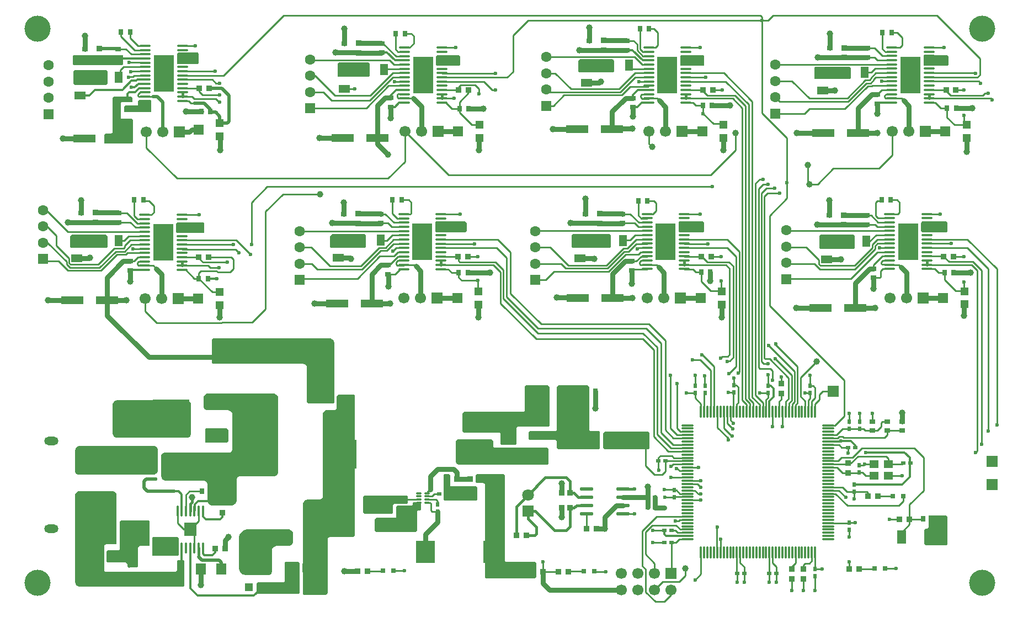
<source format=gtl>
G04 Layer_Physical_Order=1*
G04 Layer_Color=255*
%FSLAX25Y25*%
%MOIN*%
G70*
G01*
G75*
%ADD10C,0.01000*%
%ADD11R,0.03543X0.03150*%
%ADD12R,0.06697X0.04754*%
%ADD13R,0.03175X0.03402*%
%ADD14R,0.03150X0.03543*%
%ADD15R,0.03150X0.03150*%
%ADD16R,0.13780X0.04724*%
%ADD17R,0.04459X0.05421*%
%ADD18R,0.05551X0.05315*%
%ADD19R,0.05847X0.06803*%
%ADD20R,0.06803X0.05847*%
%ADD21R,0.09213X0.14173*%
%ADD22R,0.09842X0.04331*%
%ADD23R,0.11024X0.04331*%
%ADD24R,0.11512X0.13780*%
%ADD25R,0.02126X0.03111*%
%ADD26R,0.03111X0.02126*%
%ADD27O,0.03402X0.01102*%
%ADD28R,0.04754X0.06697*%
%ADD29R,0.04724X0.04724*%
%ADD30R,0.05905X0.06299*%
%ADD31R,0.03402X0.03175*%
%ADD32R,0.03402X0.03150*%
%ADD33R,0.22484X0.21844*%
%ADD34R,0.09484X0.03853*%
%ADD35R,0.17716X0.17716*%
%ADD36O,0.06299X0.02260*%
%ADD37R,0.14094X0.16535*%
%ADD38R,0.04331X0.11024*%
%ADD39R,0.12205X0.22047*%
%ADD40O,0.06817X0.01350*%
%ADD41R,0.05315X0.07874*%
%ADD42R,0.05512X0.04724*%
%ADD43R,0.06299X0.05905*%
%ADD44R,0.04724X0.04724*%
%ADD45R,0.07205X0.08091*%
%ADD46O,0.01350X0.06817*%
%ADD47O,0.01102X0.07874*%
%ADD48O,0.07874X0.01102*%
%ADD49R,0.03438X0.03572*%
%ADD50O,0.08051X0.02315*%
%ADD51C,0.03000*%
%ADD52C,0.01200*%
%ADD53C,0.01500*%
%ADD54C,0.01600*%
%ADD55C,0.02000*%
%ADD56R,0.07087X0.07087*%
%ADD57C,0.07087*%
%ADD58C,0.06299*%
%ADD59R,0.06299X0.06000*%
%ADD60O,0.08661X0.05118*%
%ADD61C,0.14961*%
%ADD62R,0.06693X0.06693*%
%ADD63C,0.06693*%
%ADD64R,0.06693X0.06693*%
%ADD65C,0.02362*%
%ADD66C,0.03937*%
%ADD67C,0.15748*%
%ADD68C,0.01969*%
%ADD69C,0.02400*%
G36*
X268566Y85348D02*
X268848Y85066D01*
X269000Y84699D01*
X269000Y84500D01*
X269000D01*
Y79000D01*
X269019Y78805D01*
X269168Y78444D01*
X269444Y78168D01*
X269805Y78019D01*
X270000Y78000D01*
X284500Y78000D01*
X284699D01*
X285067Y77848D01*
X285348Y77566D01*
X285500Y77199D01*
X285500Y77000D01*
X285500D01*
X285500Y70500D01*
X285500Y70301D01*
X285348Y69933D01*
X285067Y69652D01*
X284699Y69500D01*
X284500Y69500D01*
X266000Y69500D01*
X265801Y69500D01*
X265434Y69652D01*
X265152Y69933D01*
X265000Y70301D01*
X265000Y70500D01*
Y70500D01*
X265000Y84500D01*
X265000Y84699D01*
X265152Y85066D01*
X265434Y85348D01*
X265801Y85500D01*
X266000Y85500D01*
Y85500D01*
X268000D01*
X268199Y85500D01*
X268566Y85348D01*
D02*
G37*
G36*
X294350Y106272D02*
X294772Y105850D01*
X295000Y105298D01*
Y105000D01*
Y102500D01*
X295019Y102305D01*
X295168Y101944D01*
X295444Y101669D01*
X295805Y101519D01*
X296000Y101500D01*
X327298D01*
X327850Y101272D01*
X328272Y100850D01*
X328500Y100298D01*
Y100000D01*
Y92500D01*
Y92202D01*
X328272Y91650D01*
X327850Y91228D01*
X327298Y91000D01*
X274503D01*
X273584Y91381D01*
X272881Y92084D01*
X272500Y93003D01*
Y93500D01*
Y105000D01*
Y105298D01*
X272728Y105850D01*
X273150Y106272D01*
X273702Y106500D01*
X293798D01*
X294350Y106272D01*
D02*
G37*
G36*
X65948Y74950D02*
X66737Y74516D01*
X67299Y73813D01*
X67550Y72948D01*
X67500Y72500D01*
X67500D01*
Y44000D01*
Y43801D01*
X67348Y43433D01*
X67066Y43152D01*
X66699Y43000D01*
X66500D01*
X61500Y43000D01*
X61207Y42971D01*
X60667Y42747D01*
X60253Y42333D01*
X60029Y41793D01*
X60000Y41500D01*
Y27500D01*
X60019Y27305D01*
X60168Y26944D01*
X60444Y26669D01*
X60805Y26519D01*
X61000Y26500D01*
X103000D01*
X103195Y26519D01*
X103556Y26669D01*
X103832Y26944D01*
X103981Y27305D01*
X104000Y27500D01*
Y32500D01*
Y32699D01*
X104152Y33066D01*
X104434Y33348D01*
X104801Y33500D01*
X105000D01*
X107500Y33500D01*
X107699Y33500D01*
X108066Y33348D01*
X108348Y33066D01*
X108500Y32699D01*
X108500Y32500D01*
X108500D01*
X108500Y18500D01*
X108500Y18301D01*
X108348Y17933D01*
X108066Y17652D01*
X107699Y17500D01*
X107500Y17500D01*
X45500D01*
X45204Y17500D01*
X44625Y17615D01*
X44079Y17841D01*
X43588Y18170D01*
X43170Y18588D01*
X42841Y19079D01*
X42615Y19625D01*
X42500Y20204D01*
X42500Y20500D01*
Y20500D01*
Y72500D01*
Y72997D01*
X42881Y73916D01*
X43584Y74619D01*
X44503Y75000D01*
X45000Y75000D01*
Y75000D01*
X65500Y75000D01*
X65948Y74950D01*
D02*
G37*
G36*
X91416Y102119D02*
X92119Y101416D01*
X92500Y100497D01*
Y100000D01*
Y88000D01*
Y87704D01*
X92385Y87125D01*
X92159Y86579D01*
X91830Y86088D01*
X91412Y85670D01*
X90921Y85341D01*
X90375Y85115D01*
X89796Y85000D01*
X44503D01*
X43584Y85381D01*
X42881Y86084D01*
X42500Y87003D01*
Y87500D01*
Y99500D01*
Y99796D01*
X42615Y100375D01*
X42841Y100921D01*
X43170Y101412D01*
X43588Y101830D01*
X44079Y102159D01*
X44625Y102385D01*
X45204Y102500D01*
X90497D01*
X91416Y102119D01*
D02*
G37*
G36*
X352566Y138848D02*
X352848Y138567D01*
X353000Y138199D01*
Y138000D01*
Y112500D01*
X353019Y112305D01*
X353169Y111944D01*
X353444Y111669D01*
X353805Y111519D01*
X354000Y111500D01*
X358699D01*
X359066Y111348D01*
X359348Y111066D01*
X359500Y110699D01*
Y110500D01*
Y101500D01*
Y101301D01*
X359348Y100934D01*
X359066Y100652D01*
X358699Y100500D01*
X334301D01*
X333933Y100652D01*
X333652Y100934D01*
X333500Y101301D01*
Y101500D01*
Y105000D01*
X333481Y105195D01*
X333331Y105556D01*
X333056Y105832D01*
X332695Y105981D01*
X332500Y106000D01*
X317301D01*
X316933Y106152D01*
X316652Y106433D01*
X316500Y106801D01*
Y107000D01*
Y110500D01*
Y110699D01*
X316652Y111066D01*
X316933Y111348D01*
X317301Y111500D01*
X332500D01*
X332695Y111519D01*
X333056Y111669D01*
X333331Y111944D01*
X333481Y112305D01*
X333500Y112500D01*
Y138000D01*
Y138199D01*
X333652Y138567D01*
X333933Y138848D01*
X334301Y139000D01*
X352199D01*
X352566Y138848D01*
D02*
G37*
G36*
X388500Y111000D02*
X388699Y111000D01*
X389066Y110848D01*
X389348Y110566D01*
X389389Y110466D01*
X389500Y110000D01*
D01*
X389500Y109537D01*
X389500Y101301D01*
X389348Y100934D01*
X389066Y100652D01*
X388699Y100500D01*
X362301D01*
X361933Y100652D01*
X361652Y100934D01*
X361609Y101038D01*
X361500Y101500D01*
X361500Y101500D01*
Y109500D01*
X361500Y109798D01*
X361728Y110350D01*
X362150Y110772D01*
X362702Y111000D01*
X363000Y111000D01*
X363000Y111000D01*
X388500Y111000D01*
D02*
G37*
G36*
X111416Y129619D02*
X112119Y128916D01*
X112500Y127997D01*
Y127500D01*
X112500Y127500D01*
X112500D01*
Y110000D01*
Y109503D01*
X112119Y108584D01*
X111416Y107881D01*
X110497Y107500D01*
X68000D01*
X67704Y107500D01*
X67125Y107615D01*
X66579Y107841D01*
X66088Y108170D01*
X65670Y108588D01*
X65341Y109079D01*
X65115Y109625D01*
X65033Y110038D01*
X65000Y110500D01*
X65000Y110962D01*
Y127000D01*
X65000Y127295D01*
X65115Y127875D01*
X65341Y128421D01*
X65670Y128912D01*
X66088Y129330D01*
X66579Y129659D01*
X67125Y129885D01*
X67704Y130000D01*
X68000Y130000D01*
Y130000D01*
X72500Y130000D01*
X110000Y130000D01*
X110497D01*
X111416Y129619D01*
D02*
G37*
G36*
X328566Y138848D02*
X328848Y138567D01*
X329000Y138199D01*
Y138000D01*
Y115000D01*
Y114801D01*
X328848Y114434D01*
X328566Y114152D01*
X328199Y114000D01*
X310000D01*
X309805Y113981D01*
X309444Y113831D01*
X309169Y113556D01*
X309019Y113195D01*
X309000Y113000D01*
Y104000D01*
Y103801D01*
X308848Y103434D01*
X308566Y103152D01*
X308199Y103000D01*
X300301D01*
X299934Y103152D01*
X299652Y103434D01*
X299500Y103801D01*
Y104000D01*
Y109500D01*
X299481Y109695D01*
X299331Y110056D01*
X299056Y110331D01*
X298695Y110481D01*
X298500Y110500D01*
X277301D01*
X276934Y110652D01*
X276652Y110933D01*
X276500Y111301D01*
Y111500D01*
Y122000D01*
Y122199D01*
X276652Y122566D01*
X276934Y122848D01*
X277301Y123000D01*
X313000D01*
X313195Y123019D01*
X313556Y123169D01*
X313831Y123444D01*
X313981Y123805D01*
X314000Y124000D01*
Y138000D01*
Y138199D01*
X314152Y138567D01*
X314434Y138848D01*
X314801Y139000D01*
X328199D01*
X328566Y138848D01*
D02*
G37*
G36*
X134566Y112848D02*
X134848Y112566D01*
X135000Y112199D01*
Y112000D01*
X135000Y112000D01*
X135000D01*
Y105301D01*
X134848Y104934D01*
X134566Y104652D01*
X134199Y104500D01*
X121400D01*
X121226Y104572D01*
X121000Y105000D01*
X121000Y105462D01*
Y112600D01*
X121076Y112783D01*
X121217Y112924D01*
X121400Y113000D01*
X134199D01*
X134566Y112848D01*
D02*
G37*
G36*
X163916Y133619D02*
X164619Y132916D01*
X165000Y131997D01*
Y131500D01*
Y86500D01*
Y86003D01*
X164619Y85084D01*
X163916Y84381D01*
X162997Y84000D01*
X142000D01*
X141610Y83962D01*
X140889Y83663D01*
X140337Y83111D01*
X140038Y82390D01*
X140000Y82000D01*
X140000Y70000D01*
X140025Y69680D01*
X139948Y69042D01*
X139749Y68432D01*
X139434Y67872D01*
X139016Y67385D01*
X138511Y66988D01*
X137938Y66698D01*
X137472Y66567D01*
X137000Y66500D01*
X137000Y66500D01*
X137000Y66500D01*
X126250Y66500D01*
X125942Y66438D01*
X125314Y66438D01*
X124699Y66560D01*
X124118Y66799D01*
X123596Y67147D01*
X123152Y67591D01*
X122802Y68112D01*
X122562Y68692D01*
X122500Y69000D01*
Y79000D01*
X122452Y79488D01*
X122079Y80389D01*
X121389Y81079D01*
X120488Y81452D01*
X120000Y81500D01*
X97500D01*
X97205Y81500D01*
X96625Y81615D01*
X96079Y81841D01*
X95588Y82170D01*
X95170Y82588D01*
X94841Y83079D01*
X94615Y83625D01*
X94500Y84205D01*
X94500Y84500D01*
Y96497D01*
X94881Y97416D01*
X95584Y98119D01*
X96503Y98500D01*
X135500D01*
X135890Y98538D01*
X136611Y98837D01*
X137163Y99389D01*
X137462Y100110D01*
X137500Y100500D01*
Y121500D01*
X137452Y121988D01*
X137079Y122889D01*
X136389Y123579D01*
X135488Y123952D01*
X135000Y124000D01*
X122003D01*
X121084Y124381D01*
X120381Y125084D01*
X120000Y126003D01*
Y131997D01*
X120381Y132916D01*
X121084Y133619D01*
X122003Y134000D01*
X162997D01*
X163916Y133619D01*
D02*
G37*
G36*
X301566Y85348D02*
X301848Y85066D01*
X302000Y84699D01*
Y84500D01*
Y33500D01*
X302019Y33305D01*
X302168Y32944D01*
X302444Y32669D01*
X302805Y32519D01*
X303000Y32500D01*
X320199D01*
X320566Y32348D01*
X320848Y32066D01*
X321000Y31699D01*
Y23301D01*
X320848Y22933D01*
X320566Y22652D01*
X320199Y22500D01*
X291000D01*
X290801Y22500D01*
X290434Y22652D01*
X290152Y22933D01*
X290000Y23301D01*
X290000Y23500D01*
X290000Y78500D01*
X290025Y78749D01*
X289928Y79237D01*
X289652Y79650D01*
X289239Y79927D01*
X289000Y80000D01*
X289000D01*
X289000Y80000D01*
X289000Y80000D01*
X285301Y80000D01*
X284933Y80152D01*
X284652Y80433D01*
X284500Y80801D01*
Y84699D01*
X284652Y85066D01*
X284933Y85348D01*
X285301Y85500D01*
X301199D01*
X301566Y85348D01*
D02*
G37*
G36*
X172916Y51619D02*
X173619Y50916D01*
X174000Y49997D01*
Y49500D01*
Y44500D01*
Y44003D01*
X173619Y43084D01*
X172916Y42381D01*
X171997Y42000D01*
X164000D01*
X163512Y41952D01*
X162611Y41579D01*
X161921Y40889D01*
X161548Y39988D01*
X161500Y39500D01*
Y27000D01*
Y26503D01*
X161119Y25584D01*
X160416Y24881D01*
X159497Y24500D01*
X145106D01*
X144333Y24654D01*
X143605Y24955D01*
X142950Y25393D01*
X142393Y25950D01*
X141955Y26605D01*
X141654Y27333D01*
X141500Y28106D01*
Y28500D01*
Y47000D01*
Y47493D01*
X141692Y48458D01*
X142069Y49368D01*
X142616Y50187D01*
X143313Y50884D01*
X144132Y51431D01*
X145042Y51808D01*
X146008Y52000D01*
X171997D01*
X172916Y51619D01*
D02*
G37*
G36*
X211066Y133348D02*
X211348Y133066D01*
X211500Y132699D01*
Y132500D01*
Y49000D01*
Y48702D01*
X211272Y48150D01*
X210850Y47728D01*
X210298Y47500D01*
X196500D01*
X196207Y47471D01*
X195667Y47247D01*
X195253Y46833D01*
X195029Y46293D01*
X195000Y46000D01*
Y14000D01*
Y13702D01*
X194772Y13150D01*
X194350Y12728D01*
X193798Y12500D01*
X180801D01*
X180433Y12652D01*
X180152Y12934D01*
X180000Y13301D01*
Y13500D01*
Y67000D01*
Y67295D01*
X180115Y67875D01*
X180341Y68421D01*
X180670Y68912D01*
X181088Y69330D01*
X181579Y69659D01*
X182125Y69885D01*
X182704Y70000D01*
X190000D01*
X190390Y70038D01*
X191111Y70337D01*
X191663Y70889D01*
X191962Y71610D01*
X192000Y72000D01*
Y121500D01*
Y121997D01*
X192381Y122916D01*
X193084Y123619D01*
X194003Y124000D01*
X199000D01*
X199293Y124029D01*
X199833Y124253D01*
X200247Y124667D01*
X200471Y125207D01*
X200500Y125500D01*
Y132000D01*
Y132298D01*
X200728Y132850D01*
X201150Y133272D01*
X201702Y133500D01*
X210699D01*
X211066Y133348D01*
D02*
G37*
G36*
X177567Y32348D02*
X177848Y32066D01*
X178000Y31699D01*
Y31500D01*
Y14000D01*
Y13801D01*
X177848Y13433D01*
X177567Y13152D01*
X177199Y13000D01*
X153202D01*
X152650Y13228D01*
X152228Y13650D01*
X152000Y14202D01*
Y14500D01*
Y19000D01*
Y19199D01*
X152152Y19567D01*
X152434Y19848D01*
X152801Y20000D01*
X168000D01*
X168195Y20019D01*
X168556Y20168D01*
X168832Y20444D01*
X168981Y20805D01*
X169000Y21000D01*
Y31500D01*
Y31699D01*
X169152Y32066D01*
X169433Y32348D01*
X169801Y32500D01*
X177199D01*
X177567Y32348D01*
D02*
G37*
G36*
X87066Y57348D02*
X87348Y57066D01*
X87500Y56699D01*
Y42801D01*
X87348Y42434D01*
X87066Y42152D01*
X86699Y42000D01*
X81500D01*
X81305Y41981D01*
X80944Y41831D01*
X80668Y41556D01*
X80519Y41195D01*
X80500Y41000D01*
Y30000D01*
X80450Y29751D01*
X80168Y29330D01*
X79746Y29049D01*
X79500Y29000D01*
X79000Y29000D01*
X79000Y29000D01*
X75500D01*
X75251Y28950D01*
X74754Y29049D01*
X74332Y29330D01*
X74050Y29751D01*
X74000Y30000D01*
X74000Y30000D01*
Y31000D01*
X73981Y31195D01*
X73831Y31556D01*
X73556Y31831D01*
X73195Y31981D01*
X73000Y32000D01*
X62301D01*
X61933Y32152D01*
X61652Y32434D01*
X61500Y32801D01*
Y38699D01*
X61652Y39066D01*
X61933Y39348D01*
X62301Y39500D01*
X68500D01*
X68695Y39519D01*
X69056Y39669D01*
X69332Y39944D01*
X69481Y40305D01*
X69500Y40500D01*
Y56699D01*
X69652Y57066D01*
X69933Y57348D01*
X70301Y57500D01*
X86699D01*
X87066Y57348D01*
D02*
G37*
G36*
X251283Y68424D02*
X251424Y68283D01*
X251500Y68099D01*
Y68000D01*
Y64500D01*
Y64301D01*
X251348Y63933D01*
X251066Y63652D01*
X250699Y63500D01*
X250000D01*
X249805Y63481D01*
X249444Y63332D01*
X249168Y63056D01*
X249019Y62695D01*
X249000Y62500D01*
Y51500D01*
Y51301D01*
X248848Y50933D01*
X248566Y50652D01*
X248199Y50500D01*
X224301D01*
X223934Y50652D01*
X223652Y50933D01*
X223500Y51301D01*
Y51500D01*
Y58000D01*
Y58199D01*
X223652Y58566D01*
X223934Y58848D01*
X224301Y59000D01*
X235500D01*
X235695Y59019D01*
X236056Y59168D01*
X236332Y59444D01*
X236481Y59805D01*
X236500Y60000D01*
Y65500D01*
Y65699D01*
X236652Y66066D01*
X236933Y66348D01*
X237301Y66500D01*
X245500D01*
X245695Y66519D01*
X246056Y66668D01*
X246332Y66944D01*
X246481Y67305D01*
X246500Y67500D01*
Y68000D01*
Y68099D01*
X246576Y68283D01*
X246717Y68424D01*
X246901Y68500D01*
X251099D01*
X251283Y68424D01*
D02*
G37*
G36*
X243066Y72348D02*
X243348Y72066D01*
X243500Y71699D01*
Y71500D01*
Y68500D01*
Y68301D01*
X243348Y67933D01*
X243066Y67652D01*
X242699Y67500D01*
X235500D01*
X235305Y67481D01*
X234944Y67331D01*
X234668Y67056D01*
X234519Y66695D01*
X234500Y66500D01*
Y62500D01*
X234500Y62301D01*
X234348Y61933D01*
X234067Y61652D01*
X233699Y61500D01*
X233500Y61500D01*
X217301D01*
X216933Y61652D01*
X216652Y61934D01*
X216500Y62301D01*
X216500Y62500D01*
Y71500D01*
Y71699D01*
X216652Y72066D01*
X216933Y72348D01*
X217301Y72500D01*
X242699D01*
X243066Y72348D01*
D02*
G37*
G36*
X104000Y47500D02*
X104199Y47500D01*
X104566Y47348D01*
X104848Y47066D01*
X104890Y46966D01*
X105000Y46500D01*
D01*
X105000Y46037D01*
Y36801D01*
X104848Y36434D01*
X104567Y36152D01*
X104199Y36000D01*
X89801D01*
X89433Y36152D01*
X89152Y36434D01*
X89000Y36801D01*
Y46699D01*
X89152Y47066D01*
X89433Y47348D01*
X89801Y47500D01*
X90000D01*
X104000Y47500D01*
D02*
G37*
G36*
X568348Y60450D02*
X568953Y60092D01*
X569375Y59529D01*
X569550Y58848D01*
X569500Y58500D01*
X569500D01*
X569500Y43500D01*
X569500Y43301D01*
X569348Y42933D01*
X569067Y42652D01*
X568699Y42500D01*
X568500Y42500D01*
X556500D01*
X556301Y42500D01*
X555934Y42652D01*
X555652Y42933D01*
X555500Y43301D01*
X555500Y43500D01*
Y43500D01*
X555500Y51500D01*
Y51699D01*
X555652Y52066D01*
X555934Y52348D01*
X556301Y52500D01*
X557000D01*
X557195Y52519D01*
X557556Y52668D01*
X557831Y52944D01*
X557981Y53305D01*
X558000Y53500D01*
Y60000D01*
Y60100D01*
X558076Y60283D01*
X558217Y60424D01*
X558400Y60500D01*
X568000D01*
X568348Y60450D01*
D02*
G37*
G36*
X196875Y167385D02*
X197421Y167159D01*
X197913Y166830D01*
X198330Y166412D01*
X198659Y165921D01*
X198885Y165375D01*
X199000Y164795D01*
X199000Y164500D01*
X199000D01*
Y128801D01*
X198848Y128434D01*
X198566Y128152D01*
X198199Y128000D01*
X184000D01*
X183702Y128000D01*
X183150Y128228D01*
X182728Y128650D01*
X182500Y129202D01*
X182500Y129500D01*
X182500Y150000D01*
X182354Y150478D01*
X181801Y151305D01*
X180973Y151857D01*
X179997Y152050D01*
X179500Y152000D01*
X179500Y152000D01*
X179500Y152000D01*
X126500Y152000D01*
X126202Y152000D01*
X125650Y152228D01*
X125228Y152650D01*
X125000Y153202D01*
X125000Y153500D01*
Y165500D01*
X124950Y165848D01*
X125125Y166529D01*
X125547Y167092D01*
X126152Y167450D01*
X126500Y167500D01*
Y167500D01*
X196000Y167500D01*
X196295Y167500D01*
X196875Y167385D01*
D02*
G37*
G36*
X220066Y333848D02*
X220348Y333566D01*
X220500Y333199D01*
Y333000D01*
Y326500D01*
Y326301D01*
X220348Y325934D01*
X220066Y325652D01*
X219699Y325500D01*
X201400D01*
X201217Y325576D01*
X201076Y325717D01*
X201000Y325901D01*
Y326000D01*
Y333000D01*
Y333199D01*
X201152Y333566D01*
X201433Y333848D01*
X201801Y334000D01*
X219699D01*
X220066Y333848D01*
D02*
G37*
G36*
X367566Y335848D02*
X367848Y335566D01*
X368000Y335199D01*
Y335000D01*
Y329000D01*
Y328801D01*
X367848Y328433D01*
X367566Y328152D01*
X367199Y328000D01*
X347301D01*
X346934Y328152D01*
X346652Y328433D01*
X346500Y328801D01*
Y329000D01*
Y335000D01*
Y335199D01*
X346652Y335566D01*
X346934Y335848D01*
X347301Y336000D01*
X367199D01*
X367566Y335848D01*
D02*
G37*
G36*
X61566Y329348D02*
X61848Y329066D01*
X62000Y328699D01*
Y328500D01*
X62000Y328500D01*
X62000D01*
Y321301D01*
X61848Y320934D01*
X61566Y320652D01*
X61199Y320500D01*
X42301D01*
X41934Y320652D01*
X41652Y320934D01*
X41609Y321038D01*
X41500Y321500D01*
X41500Y321500D01*
Y328699D01*
X41652Y329066D01*
X41934Y329348D01*
X42301Y329500D01*
X61199D01*
X61566Y329348D01*
D02*
G37*
G36*
X510566Y331348D02*
X510848Y331066D01*
X511000Y330699D01*
Y330500D01*
Y325000D01*
Y324801D01*
X510848Y324433D01*
X510566Y324152D01*
X510199Y324000D01*
X489801D01*
X489433Y324152D01*
X489152Y324433D01*
X489000Y324801D01*
Y325000D01*
Y330500D01*
Y330699D01*
X489152Y331066D01*
X489433Y331348D01*
X489801Y331500D01*
X510199D01*
X510566Y331348D01*
D02*
G37*
G36*
X274566Y338348D02*
X274848Y338066D01*
X275000Y337699D01*
Y337500D01*
Y333000D01*
Y332801D01*
X274848Y332434D01*
X274566Y332152D01*
X274199Y332000D01*
X261301D01*
X260933Y332152D01*
X260652Y332434D01*
X260500Y332801D01*
Y333000D01*
Y337500D01*
Y337699D01*
X260652Y338066D01*
X260933Y338348D01*
X261301Y338500D01*
X274199D01*
X274566Y338348D01*
D02*
G37*
G36*
X71283Y338424D02*
X71424Y338283D01*
X71500Y338099D01*
Y338000D01*
Y333500D01*
Y333301D01*
X71348Y332933D01*
X71066Y332652D01*
X70699Y332500D01*
X41801D01*
X41434Y332652D01*
X41152Y332933D01*
X41000Y333301D01*
Y333500D01*
Y337500D01*
Y337699D01*
X41152Y338066D01*
X41434Y338348D01*
X41801Y338500D01*
X71100D01*
X71283Y338424D01*
D02*
G37*
G36*
X116783Y339924D02*
X116924Y339783D01*
X117000Y339599D01*
Y339500D01*
Y334000D01*
Y333801D01*
X116848Y333434D01*
X116567Y333152D01*
X116199Y333000D01*
X104801D01*
X104434Y333152D01*
X104152Y333434D01*
X104000Y333801D01*
Y334000D01*
Y339000D01*
Y339199D01*
X104152Y339566D01*
X104434Y339848D01*
X104801Y340000D01*
X116600D01*
X116783Y339924D01*
D02*
G37*
G36*
X422066Y338348D02*
X422348Y338066D01*
X422500Y337699D01*
Y337500D01*
Y333000D01*
Y332801D01*
X422348Y332434D01*
X422066Y332152D01*
X421699Y332000D01*
X408801D01*
X408433Y332152D01*
X408152Y332434D01*
X408000Y332801D01*
Y333000D01*
Y337500D01*
Y337699D01*
X408152Y338066D01*
X408433Y338348D01*
X408801Y338500D01*
X421699D01*
X422066Y338348D01*
D02*
G37*
G36*
X569566D02*
X569848Y338066D01*
X570000Y337699D01*
Y337500D01*
Y333000D01*
Y332801D01*
X569848Y332434D01*
X569566Y332152D01*
X569199Y332000D01*
X555801D01*
X555434Y332152D01*
X555152Y332434D01*
X555000Y332801D01*
Y333000D01*
Y338000D01*
Y338099D01*
X555076Y338283D01*
X555217Y338424D01*
X555401Y338500D01*
X569199D01*
X569566Y338348D01*
D02*
G37*
G36*
X88149Y311450D02*
X88387Y311244D01*
X88511Y310995D01*
X88500Y310500D01*
X88500Y305000D01*
X88500Y304801D01*
X88348Y304433D01*
X88067Y304152D01*
X87699Y304000D01*
X87500Y304000D01*
X72801Y304000D01*
X72434Y304152D01*
X72152Y304433D01*
X72000Y304801D01*
Y307199D01*
X72152Y307566D01*
X72434Y307848D01*
X72801Y308000D01*
X79500D01*
X79695Y308019D01*
X80056Y308169D01*
X80331Y308444D01*
X80481Y308805D01*
X80500Y309000D01*
Y310699D01*
X80652Y311066D01*
X80933Y311348D01*
X81301Y311500D01*
X88000D01*
X88149Y311450D01*
D02*
G37*
G36*
X61566Y229848D02*
X61848Y229566D01*
X62000Y229199D01*
Y229000D01*
Y223000D01*
Y222801D01*
X61848Y222433D01*
X61566Y222152D01*
X61199Y222000D01*
X40301D01*
X39933Y222152D01*
X39652Y222433D01*
X39500Y222801D01*
Y223000D01*
Y229000D01*
Y229199D01*
X39652Y229566D01*
X39933Y229848D01*
X40301Y230000D01*
X61199D01*
X61566Y229848D01*
D02*
G37*
G36*
X365566Y230348D02*
X365848Y230066D01*
X366000Y229699D01*
Y229500D01*
Y223000D01*
Y222801D01*
X365848Y222433D01*
X365566Y222152D01*
X365199Y222000D01*
X343301D01*
X342934Y222152D01*
X342652Y222433D01*
X342500Y222801D01*
Y223000D01*
Y229500D01*
Y229699D01*
X342652Y230066D01*
X342934Y230348D01*
X343301Y230500D01*
X365199D01*
X365566Y230348D01*
D02*
G37*
G36*
X513066Y229848D02*
X513348Y229566D01*
X513500Y229199D01*
Y229000D01*
Y222500D01*
Y222301D01*
X513348Y221934D01*
X513066Y221652D01*
X512699Y221500D01*
X492801D01*
X492434Y221652D01*
X492152Y221934D01*
X492000Y222301D01*
Y222500D01*
Y229000D01*
Y229199D01*
X492152Y229566D01*
X492434Y229848D01*
X492801Y230000D01*
X512699D01*
X513066Y229848D01*
D02*
G37*
G36*
X199000Y230500D02*
X199000Y230500D01*
X217000Y230500D01*
X217249Y230450D01*
X217670Y230168D01*
X217951Y229746D01*
X218000Y229500D01*
X218000Y229000D01*
X218000Y229000D01*
X218000Y223000D01*
X218000Y222801D01*
X217848Y222433D01*
X217566Y222152D01*
X217199Y222000D01*
X217000Y222000D01*
X197500D01*
X197301Y222000D01*
X196933Y222152D01*
X196652Y222433D01*
X196500Y222801D01*
X196500Y223000D01*
X196500Y228500D01*
X196550Y228947D01*
X196984Y229736D01*
X197687Y230299D01*
X198552Y230550D01*
X199000Y230500D01*
D02*
G37*
G36*
X120066Y237348D02*
X120348Y237066D01*
X120500Y236699D01*
Y236500D01*
Y232000D01*
Y231801D01*
X120348Y231434D01*
X120066Y231152D01*
X119699Y231000D01*
X104301D01*
X103934Y231152D01*
X103652Y231434D01*
X103500Y231801D01*
Y232000D01*
Y236500D01*
Y236699D01*
X103652Y237066D01*
X103934Y237348D01*
X104301Y237500D01*
X119699D01*
X120066Y237348D01*
D02*
G37*
G36*
X569066Y237848D02*
X569348Y237566D01*
X569500Y237199D01*
Y237000D01*
Y232500D01*
Y232301D01*
X569348Y231933D01*
X569066Y231652D01*
X568699Y231500D01*
X554301D01*
X553933Y231652D01*
X553652Y231933D01*
X553500Y232301D01*
Y232500D01*
Y237000D01*
Y237199D01*
X553652Y237566D01*
X553933Y237848D01*
X554301Y238000D01*
X568699D01*
X569066Y237848D01*
D02*
G37*
G36*
X76566Y313348D02*
X76848Y313066D01*
X77000Y312699D01*
Y312500D01*
Y310500D01*
Y310401D01*
X76924Y310217D01*
X76783Y310076D01*
X76600Y310000D01*
X70500D01*
X70402Y309990D01*
X70222Y309916D01*
X70084Y309778D01*
X70010Y309597D01*
X70000Y309500D01*
Y301000D01*
X70019Y300805D01*
X70169Y300444D01*
X70444Y300168D01*
X70805Y300019D01*
X71000Y300000D01*
X76699D01*
X77066Y299848D01*
X77348Y299566D01*
X77500Y299199D01*
Y299000D01*
X77500Y286500D01*
X77500Y286202D01*
X77272Y285650D01*
X76850Y285228D01*
X76298Y285000D01*
X76000Y285000D01*
X60801D01*
X60434Y285152D01*
X60152Y285434D01*
X60000Y285801D01*
Y286000D01*
Y290000D01*
Y290199D01*
X60152Y290566D01*
X60434Y290848D01*
X60801Y291000D01*
X61000D01*
X64000Y291000D01*
X64239Y291073D01*
X64652Y291350D01*
X64928Y291763D01*
X65025Y292251D01*
X65000Y292500D01*
X65000Y292500D01*
X65000Y311500D01*
X64950Y311848D01*
X65125Y312529D01*
X65547Y313092D01*
X66152Y313450D01*
X66500Y313500D01*
X76199D01*
X76566Y313348D01*
D02*
G37*
G36*
X278566Y237848D02*
X278848Y237566D01*
X279000Y237199D01*
Y237000D01*
Y232500D01*
Y232301D01*
X278848Y231933D01*
X278566Y231652D01*
X278199Y231500D01*
X260801D01*
X260434Y231652D01*
X260152Y231933D01*
X260000Y232301D01*
Y232500D01*
Y237000D01*
Y237199D01*
X260152Y237566D01*
X260434Y237848D01*
X260801Y238000D01*
X278199D01*
X278566Y237848D01*
D02*
G37*
G36*
X422066D02*
X422348Y237566D01*
X422500Y237199D01*
Y237000D01*
Y232500D01*
Y232301D01*
X422348Y231933D01*
X422066Y231652D01*
X421699Y231500D01*
X407801D01*
X407434Y231652D01*
X407152Y231933D01*
X407000Y232301D01*
Y232500D01*
Y237000D01*
Y237199D01*
X407152Y237566D01*
X407434Y237848D01*
X407801Y238000D01*
X421699D01*
X422066Y237848D01*
D02*
G37*
D10*
X334568Y26377D02*
G03*
X334445Y26500I-123J0D01*
G01*
X531761Y28500D02*
G03*
X531647Y28386I0J-114D01*
G01*
X286615Y288429D02*
G03*
X286500Y288314I0J-115D01*
G01*
X204206Y288366D02*
G03*
X204072Y288500I-134J0D01*
G01*
X356148Y26763D02*
G03*
X356411Y26500I263J0D01*
G01*
X399146Y93413D02*
X412362D01*
X324966Y26500D02*
X334445D01*
X382677Y234823D02*
X387935D01*
X384409Y216909D02*
X387935D01*
X557000Y242500D02*
X565000D01*
X410500D02*
X420000D01*
X379572Y209232D02*
X387935D01*
X533831Y84555D02*
X542055D01*
X531761Y28500D02*
X538500D01*
X356411Y26500D02*
X363000D01*
X112000Y52000D02*
X117118Y57118D01*
X465529Y163823D02*
X478900Y150452D01*
X25157Y244844D02*
X38236Y231764D01*
X23000Y244844D02*
X25157D01*
X38236Y231764D02*
X84435D01*
X393831Y59831D02*
X412480D01*
X385000Y51000D02*
X393831Y59831D01*
X385000Y30000D02*
Y51000D01*
X478900Y128400D02*
Y150452D01*
X320500Y232264D02*
X320559Y232323D01*
X387935D01*
X380705Y229705D02*
X387935D01*
X373322Y226866D02*
X377866D01*
X383118Y237382D02*
X387935D01*
Y242500D02*
X391500D01*
X410500Y222027D02*
X436500D01*
X384396Y214350D02*
X387935D01*
X384209Y211791D02*
X393709D01*
X381518Y224586D02*
X387935D01*
X410500Y209232D02*
X415768D01*
X381531Y227145D02*
X387935D01*
X410500Y216909D02*
X420709D01*
X410500Y224586D02*
X424914D01*
X384559Y239941D02*
X387935D01*
X410500Y227145D02*
X436500D01*
X382527Y222027D02*
X387935D01*
X410500Y211791D02*
X435611D01*
X383968Y219468D02*
X387935D01*
X377878Y242622D02*
X383118Y237382D01*
X75000Y334000D02*
X84718D01*
X76148Y328852D02*
X76500Y328500D01*
X69822Y325000D02*
Y329322D01*
X71839Y331339D02*
X84718D01*
X227993Y26627D02*
X228352Y26986D01*
X218966Y26627D02*
X227993D01*
X340859Y26736D02*
X349852D01*
X340500Y26377D02*
X340859Y26736D01*
X107282Y344134D02*
X114866D01*
X107282Y313425D02*
X113075D01*
X107282Y318543D02*
X117491D01*
X107282Y323661D02*
X125339D01*
X107282Y310866D02*
X111134D01*
X84718Y313425D02*
X89500D01*
X81075D02*
X84718D01*
X107282Y326220D02*
X132220D01*
X107282Y328779D02*
X127221D01*
X107000Y242000D02*
X117500D01*
X324966Y26500D02*
X325000Y26466D01*
X112500Y309500D02*
X114500D01*
X111134Y310866D02*
X112500Y309500D01*
X80575Y313925D02*
Y314913D01*
Y313925D02*
X81075Y313425D01*
X80575Y314913D02*
X81646Y315984D01*
X84718D01*
X263500Y242500D02*
X275000D01*
X411500Y343000D02*
X420000D01*
X264000D02*
X272500D01*
X129897Y289563D02*
X130000Y289460D01*
X557000Y242500D02*
Y242559D01*
X579500Y187873D02*
X579615Y187988D01*
X104323Y55677D02*
Y63282D01*
Y55677D02*
X108000Y52000D01*
X112000D01*
X117118Y57118D02*
Y63282D01*
X114559Y40717D02*
Y49441D01*
X112000Y52000D02*
X113969Y50031D01*
X114559Y49441D01*
X234647Y27013D02*
X241487D01*
X391500Y44000D02*
X398354D01*
X391500Y51500D02*
X398354D01*
X407890Y73610D02*
X412480D01*
X405854Y75646D02*
X407890Y73610D01*
X404500Y75646D02*
X405854D01*
X442205Y25649D02*
X442354Y25500D01*
X461854D02*
X461890Y25536D01*
X475500Y15000D02*
Y22034D01*
X489500Y15000D02*
Y23854D01*
X510000Y47500D02*
Y51854D01*
Y116146D02*
Y117146D01*
Y122000D01*
X516500Y116146D02*
Y117146D01*
Y122000D01*
X80366Y344134D02*
X84718D01*
X75756Y348744D02*
X80366Y344134D01*
X75756Y348744D02*
Y352500D01*
X70244Y349756D02*
Y352500D01*
Y349756D02*
X78425Y341575D01*
X84718D01*
X109441Y63282D02*
Y72941D01*
X111500Y75000D01*
X119244D01*
X258484Y70016D02*
X258500Y70000D01*
X260500D01*
X261500Y69000D01*
Y67146D02*
Y69000D01*
X258146Y62854D02*
X261500D01*
X254988Y70016D02*
X258484D01*
X257500Y63500D02*
X258146Y62854D01*
X257500Y63500D02*
Y67500D01*
X254988Y68047D02*
X256953D01*
X257500Y67500D01*
X254988Y71984D02*
X257984D01*
X259500Y73500D01*
X262354D01*
X324966Y26500D02*
Y32466D01*
X241370Y70016D02*
X250012D01*
X240500Y69146D02*
X241370Y70016D01*
X509748Y55894D02*
X510000Y56146D01*
X489449Y28197D02*
X489500Y28146D01*
X486000Y31500D02*
X487480Y32980D01*
X483500Y31500D02*
X486000D01*
X482500Y30500D02*
X483500Y31500D01*
X482500Y28114D02*
Y30500D01*
Y15000D02*
Y22182D01*
X466146Y20146D02*
Y25500D01*
X463858Y31642D02*
X466146Y29354D01*
Y25500D02*
Y29354D01*
X444173Y31827D02*
X446646Y29354D01*
Y25500D02*
Y29354D01*
Y20146D02*
Y25500D01*
X405500Y44000D02*
X407551Y46051D01*
X402646Y44000D02*
X405500D01*
X407551Y46051D02*
X412480D01*
X402646Y25646D02*
Y44000D01*
X402500Y25500D02*
X402646Y25646D01*
Y51500D02*
X405000D01*
X406512Y49988D01*
X412480D01*
X404788Y71642D02*
X412480D01*
X404500Y71354D02*
X404788Y71642D01*
X461000Y131500D02*
Y134354D01*
X459921Y130421D02*
X461000Y131500D01*
X459921Y123020D02*
Y130421D01*
X467795Y123020D02*
Y129295D01*
X469000Y130500D01*
Y134034D01*
X486500Y131000D02*
Y134354D01*
X485512Y130012D02*
X486500Y131000D01*
X485512Y123020D02*
Y130012D01*
X487480Y123020D02*
Y129480D01*
X489500Y131500D01*
Y137500D01*
X488354Y138646D02*
X489500Y137500D01*
X486500Y138646D02*
X488354D01*
X489449Y123020D02*
Y127949D01*
X494000Y135500D02*
X500500D01*
X489449Y127949D02*
X492000Y130500D01*
Y133500D01*
X494000Y135500D01*
X533000Y109000D02*
Y111744D01*
X510000Y112854D02*
X516500D01*
X518646D01*
X519756Y111744D01*
X524000D01*
X527245D01*
X529500Y114000D01*
Y116500D01*
X530256Y117255D01*
X533000D01*
Y111744D02*
X541999D01*
X542000Y111744D01*
X524000Y117255D02*
Y122000D01*
X505500Y101500D02*
X509354D01*
Y98146D02*
Y101500D01*
X508861Y91327D02*
X509500Y91966D01*
X502642Y89358D02*
X505966Y86034D01*
X509500D01*
X513000Y79146D02*
X513146Y79000D01*
X505953Y77547D02*
X508646Y74854D01*
X513000D01*
X520646D01*
X521534Y73966D01*
Y72000D02*
Y73966D01*
X527466Y72000D02*
X536339D01*
X536352Y71986D01*
X542648Y69147D02*
Y72013D01*
X540000Y66500D02*
X542648Y69147D01*
X513000Y70500D02*
Y74854D01*
X510000Y56146D02*
X513854D01*
X534584Y58084D02*
X540534D01*
X546466D02*
X554328D01*
X554744Y58500D01*
X503295Y93295D02*
X505500Y95500D01*
X555000Y75500D02*
Y95500D01*
X546466Y66966D02*
X555000Y75500D01*
X546466Y58084D02*
Y66966D01*
X541642Y47500D02*
Y50142D01*
X546466Y54966D01*
Y58084D01*
X510034Y28000D02*
Y32466D01*
X515966Y28000D02*
X524993D01*
X525352Y28359D01*
X475500Y27966D02*
Y29500D01*
X477638Y31638D01*
X509000Y66500D02*
X540000D01*
X501890Y73610D02*
X509000Y66500D01*
X503921Y75579D02*
X508000Y71500D01*
X411646Y134354D02*
X417000D01*
X394854Y88146D02*
X395000Y88000D01*
X398646Y71354D02*
X404500D01*
X533831Y91445D02*
X542299D01*
X542854Y92000D01*
X509500Y91966D02*
X511229D01*
X533831Y91445D02*
Y94669D01*
X511229Y91966D02*
X515263Y96000D01*
X532500D02*
X533831Y94669D01*
X516000Y86354D02*
X518146D01*
X520000Y84500D01*
X525114D01*
X525169Y84555D01*
X516000Y90646D02*
X518646D01*
X519445Y91445D01*
X525169D01*
X442354Y20146D02*
Y25500D01*
X461854Y20146D02*
Y25500D01*
X486500Y138646D02*
Y145000D01*
X113075Y313425D02*
X114500Y312000D01*
X117534Y316466D02*
X119500Y314500D01*
X117534Y316466D02*
Y318500D01*
X119500Y314500D02*
X129750D01*
X117491Y318543D02*
X117534Y318500D01*
X129750Y314500D02*
X130000D01*
X125339Y323661D02*
X127500Y321500D01*
X129750D01*
X107000Y216409D02*
X117209D01*
X117252Y216366D01*
X417000Y138646D02*
Y145000D01*
X415500Y154500D02*
X420226D01*
X422600Y139046D02*
Y144834D01*
X421000Y157500D02*
X421500D01*
X107000Y221527D02*
X107384Y221143D01*
X139384D01*
X107000Y224086D02*
X107086Y224000D01*
X138000D01*
X107000Y226645D02*
X107036Y226681D01*
X117252Y215749D02*
Y216366D01*
Y215749D02*
X119635Y213365D01*
X134365D01*
X107000Y211291D02*
X122709D01*
X124000Y210000D01*
X129500D01*
X402000Y113000D02*
Y145000D01*
Y113000D02*
X405957Y109043D01*
X412480D01*
X406000Y113000D02*
Y140000D01*
Y113000D02*
X407988Y111012D01*
X412480D01*
X469000Y139966D02*
Y144000D01*
X456146Y134354D02*
X461000D01*
X455984Y123020D02*
Y127457D01*
X442205Y123020D02*
Y127696D01*
X422600Y139046D02*
X423000Y138646D01*
X420226Y154500D02*
X426457Y148269D01*
X421500Y157500D02*
X428425Y150575D01*
X426457Y123020D02*
Y148269D01*
X428425Y123020D02*
Y150575D01*
X440236Y123020D02*
Y134590D01*
X440500Y134854D01*
X437000D02*
X440500D01*
Y139146D02*
X441854D01*
X442205Y127696D02*
X443000Y128491D01*
X448110Y123020D02*
Y127457D01*
X450079Y123020D02*
Y128034D01*
X452047Y123020D02*
Y128611D01*
X417000Y131500D02*
Y134354D01*
Y131500D02*
X420551Y127949D01*
Y123020D02*
Y127949D01*
X422520Y123020D02*
Y133874D01*
X423000Y134354D01*
X434355Y327645D02*
X451500Y310500D01*
X465500Y155000D02*
X465523Y155023D01*
X461000Y138646D02*
Y145500D01*
X456000Y149000D02*
X462500D01*
X455300Y257800D02*
X458000Y260500D01*
X461000D01*
X462500Y149000D02*
X463858Y147642D01*
Y142000D02*
Y147642D01*
X453500Y261000D02*
X456000Y263500D01*
X458000D01*
X458500Y152000D02*
X461000D01*
X457100Y153400D02*
X458500Y152000D01*
X457100Y153400D02*
Y255100D01*
X460000Y258000D01*
X465000D01*
X458900Y155600D02*
Y253000D01*
X459500Y155000D02*
X461991D01*
X458900Y155600D02*
X459500Y155000D01*
X458900Y253000D02*
X460900Y255000D01*
X468000D01*
X461991Y155000D02*
X473500Y143491D01*
X502280Y109043D02*
X506091Y112854D01*
X510000D01*
X503066Y107075D02*
X503972Y107981D01*
X506028D01*
X506609Y107400D01*
X503853Y103138D02*
X503972Y103019D01*
X503981D01*
X505500Y101500D01*
X506609Y107400D02*
X531400D01*
X533000Y109000D01*
X505500Y95500D02*
X512103D01*
X517603Y101000D02*
X549500D01*
X512103Y95500D02*
X517603Y101000D01*
X394854Y88146D02*
Y93500D01*
X412362Y93413D02*
X412480Y93295D01*
X404236Y95264D02*
X412480D01*
X394854Y93500D02*
Y95354D01*
X396000Y96500D01*
X403000D01*
X404236Y95264D01*
X399000Y112000D02*
X403925Y107075D01*
X412480D01*
X396500Y110500D02*
X403862Y103138D01*
X412480D01*
X273709Y216909D02*
X273751Y216866D01*
X263500Y216909D02*
X273709D01*
X400799Y99201D02*
X412480D01*
X387500Y173500D02*
X396500Y164500D01*
Y110500D02*
Y164500D01*
X399000Y112000D02*
Y166000D01*
X389000Y176000D02*
X399000Y166000D01*
X303000Y192500D02*
X322000Y173500D01*
X387500D01*
X299400Y188600D02*
X321000Y167000D01*
X385500D01*
X322009Y170500D02*
X385500D01*
X301200Y191309D02*
X322009Y170500D01*
X305500Y194500D02*
X324000Y176000D01*
X389000D01*
X455300Y149700D02*
X456000Y149000D01*
X455300Y149700D02*
Y257800D01*
X435541Y322527D02*
X449437Y308631D01*
X443000Y146500D02*
X443700Y147200D01*
Y219945D01*
X436500Y227145D02*
X443700Y219945D01*
X440500Y139146D02*
Y143500D01*
X433500Y156500D02*
X436597D01*
X432500Y155500D02*
X433500Y156500D01*
X436597D02*
X437902Y157805D01*
X436940Y153940D02*
X437940D01*
X436500Y153500D02*
X436940Y153940D01*
X437940D02*
X440059Y156059D01*
X436500Y222027D02*
X441900Y216627D01*
X437500Y146000D02*
X441900Y150400D01*
Y216627D01*
X405750Y88750D02*
X406250D01*
X407610Y87390D01*
X412480D01*
X402500Y90000D02*
X403827Y91327D01*
X412480D01*
X402500Y83500D02*
X412433D01*
X412480Y83453D01*
X418858Y89358D02*
X419000Y89500D01*
X445500Y130067D02*
X448110Y127457D01*
X457953Y123020D02*
Y128547D01*
X441854Y139146D02*
X443000Y138000D01*
Y128491D02*
Y138000D01*
X453500Y133000D02*
X457953Y128547D01*
X453500Y133000D02*
Y261000D01*
X451500Y131941D02*
X455984Y127457D01*
X451500Y131941D02*
Y310500D01*
X449437Y131221D02*
X452047Y128611D01*
X449437Y131221D02*
Y308631D01*
X447469Y130644D02*
X450079Y128034D01*
X447469Y130644D02*
Y307816D01*
X497520Y73610D02*
X501890D01*
X497520Y75579D02*
X503921D01*
X461890Y25536D02*
Y37980D01*
X442205Y25649D02*
Y37980D01*
X487480Y32980D02*
Y37980D01*
X497520Y77547D02*
X505953D01*
X497520Y103138D02*
X503853D01*
X497520Y55894D02*
X509748D01*
X489449Y28197D02*
Y37980D01*
X463858Y31642D02*
Y37980D01*
X444173Y31827D02*
Y37980D01*
X497520Y91327D02*
X508861D01*
X497520Y93295D02*
X503295D01*
X497520Y89358D02*
X502642D01*
X469764Y114264D02*
Y123020D01*
X412480Y89358D02*
X418858D01*
X497520Y107075D02*
X503066D01*
X497520Y109043D02*
X502280D01*
X463858Y114264D02*
Y123020D01*
X477638Y31638D02*
Y37980D01*
X436299Y116201D02*
Y123020D01*
Y116201D02*
X439750Y112750D01*
X438268Y118232D02*
Y123020D01*
Y118232D02*
X440250Y116250D01*
X434331Y113169D02*
Y123020D01*
X439000Y108500D02*
X439500D01*
X434331Y113169D02*
X439000Y108500D01*
X430394Y113606D02*
Y123020D01*
X437000Y106000D02*
Y107000D01*
X430394Y113606D02*
X437000Y107000D01*
X549500Y101000D02*
X555000Y95500D01*
X412480Y81484D02*
X420500D01*
X581500Y227204D02*
X599295Y209409D01*
X418484Y79516D02*
X420500Y77500D01*
X412480Y79516D02*
X418484D01*
X419000Y73500D02*
X420500D01*
X416921Y75579D02*
X419000Y73500D01*
X412480Y75579D02*
X416921D01*
X412480Y69673D02*
X420327D01*
X599295Y115000D02*
Y209409D01*
X590000Y103500D02*
Y208468D01*
X594177Y111500D02*
Y209409D01*
X581500Y222086D02*
X594177Y209409D01*
X78229Y326220D02*
X84718D01*
X77528Y325519D02*
X78229Y326220D01*
X75153Y325519D02*
X77528D01*
X74690Y325056D02*
X75153Y325519D01*
X76779Y328779D02*
X84718D01*
X76500Y328500D02*
X76779Y328779D01*
X69822Y329322D02*
X71839Y331339D01*
X68500Y342256D02*
X73256D01*
X76496Y339016D01*
X84718D01*
X76148Y328352D02*
Y328852D01*
X76000Y329000D02*
X76148Y328852D01*
X392000Y108000D02*
X400799Y99201D01*
X392000Y108000D02*
Y160500D01*
X385500Y167000D02*
X392000Y160500D01*
X385500Y170500D02*
X394000Y162000D01*
Y109500D02*
Y162000D01*
Y109500D02*
X402331Y101169D01*
X412480D01*
X235527Y322527D02*
X241435D01*
X220737Y314000D02*
X234382Y327645D01*
X241435D01*
X234369Y325086D02*
X241435D01*
X205000Y318178D02*
X211322D01*
X211500Y318000D01*
X229040Y329866D02*
X229379Y330205D01*
X241435D01*
X235236Y332764D02*
X241435D01*
X232500Y335500D02*
X235236Y332764D01*
X236305Y337882D02*
X241435D01*
X228565Y345622D02*
X236305Y337882D01*
X227717Y345622D02*
X228565D01*
X241435Y343000D02*
X244500D01*
X247000Y345500D01*
Y350000D01*
X245500Y351500D02*
X247000Y350000D01*
X241756Y351500D02*
X245500D01*
X236000Y351256D02*
X236244Y351500D01*
X236000Y342000D02*
Y351256D01*
Y342000D02*
X237559Y340441D01*
X241435D01*
X227507Y345832D02*
X227717Y345622D01*
X231797Y319968D02*
X241435D01*
X237791Y312291D02*
X241435D01*
X237000Y313082D02*
X237791Y312291D01*
X237000Y313082D02*
Y314500D01*
X237500Y315000D01*
X241285D01*
X241435Y314850D01*
Y312291D02*
X246791D01*
X385236Y332764D02*
X388935D01*
X380500Y337500D02*
X385236Y332764D01*
X377040Y331366D02*
X378201Y330205D01*
X388935D01*
X388351Y319384D02*
X388935Y319968D01*
X342000Y318000D02*
X371000D01*
X380645Y327645D01*
X388935D01*
X371746Y316200D02*
X380632Y325086D01*
X388935D01*
X383027Y322527D02*
X388935D01*
Y343000D02*
X393000D01*
X394500Y344500D01*
Y352000D01*
X392000Y354500D02*
X394500Y352000D01*
X389256Y354500D02*
X392000D01*
X383744Y342256D02*
Y354500D01*
Y342256D02*
X385559Y340441D01*
X388935D01*
X375717Y347122D02*
X379878D01*
X381944Y345056D01*
Y341510D02*
Y345056D01*
Y341510D02*
X385572Y337882D01*
X388935D01*
X375507Y347332D02*
X375717Y347122D01*
X384000Y313000D02*
X385000Y312000D01*
X388644D01*
X388935Y312291D01*
X384000Y313000D02*
Y314000D01*
X384850Y314850D01*
X388935D01*
Y312291D02*
X394209D01*
X395500Y311000D01*
X411500Y317409D02*
X421708D01*
X337900Y314400D02*
X372900D01*
X377884Y319384D01*
X388351D01*
X521067Y342721D02*
X525280D01*
X530020Y337981D01*
X535784D01*
Y343098D02*
X540598D01*
X542000Y344500D01*
Y349000D01*
X539000Y352000D02*
X542000Y349000D01*
X535756Y352000D02*
X539000D01*
X530244Y342256D02*
Y352000D01*
Y342256D02*
X531960Y340540D01*
X535784D01*
X465598Y332862D02*
X535784D01*
X532448Y314949D02*
X535784D01*
X531500Y314000D02*
X532448Y314949D01*
X531500Y313000D02*
Y314000D01*
Y313000D02*
X532111Y312389D01*
X535784D01*
X541610D01*
X543000Y311000D01*
X526965Y309177D02*
X527618Y309830D01*
X529626Y322625D02*
X535784D01*
X501322Y317178D02*
X501500Y317000D01*
X529783Y317508D02*
X535784D01*
X526965Y314689D02*
X529783Y317508D01*
X525804Y330304D02*
X535784D01*
X523464Y327964D02*
X525804Y330304D01*
X519389Y327964D02*
X523464D01*
X527078Y335421D02*
X535784D01*
X525291Y337209D02*
X527078Y335421D01*
X521067Y337209D02*
X525291D01*
X84435Y231764D02*
Y232014D01*
X56500Y212000D02*
X66218Y221718D01*
X39614Y212000D02*
X56500D01*
X38851Y212762D02*
X39614Y212000D01*
X38851Y212762D02*
Y215649D01*
X57246Y210200D02*
X66963Y219917D01*
X38123Y208400D02*
X57991D01*
X32491Y214032D02*
X38123Y208400D01*
X75645Y226645D02*
X84435D01*
X72499Y222613D02*
Y223499D01*
X75645Y226645D01*
X71604Y221718D02*
X72499Y222613D01*
X66218Y221718D02*
X71604D01*
X66963Y219917D02*
X72349D01*
X76517Y224086D01*
X84435D01*
X84408Y221500D02*
X84435Y221527D01*
X77500Y221500D02*
X84408D01*
X73945Y218968D02*
X84435D01*
X57991Y208400D02*
X67709Y218117D01*
X73095D01*
X73945Y218968D01*
X80409Y216409D02*
X84435D01*
X78039Y214038D02*
X80409Y216409D01*
X75866Y214038D02*
X78039D01*
X80850Y213850D02*
X84435D01*
X80000Y213000D02*
X80850Y213850D01*
X80000Y212000D02*
Y213000D01*
Y212000D02*
X80709Y211291D01*
X84435D01*
X526243Y327744D02*
X535784D01*
X523066Y324566D02*
X526243Y327744D01*
X519816Y323316D02*
X522304D01*
X523066Y324078D01*
Y324566D01*
X520562Y321516D02*
X523050D01*
X524866Y323332D01*
Y323820D01*
X526230Y325184D01*
X535784D01*
X521307Y319716D02*
X523796D01*
X524146Y320066D01*
X535784D01*
X68717Y237610D02*
X75890D01*
X79177Y234323D01*
X84435D01*
X68717Y243122D02*
X73878D01*
X80118Y236882D01*
X84435D01*
X68507Y243332D02*
X68717Y243122D01*
X83756Y251000D02*
X84256Y250500D01*
X87000D01*
X90000Y247500D01*
Y243500D02*
Y247500D01*
X88500Y242000D02*
X90000Y243500D01*
X84435Y242000D02*
X88500D01*
X78244Y241302D02*
Y251000D01*
Y241302D02*
X80105Y239441D01*
X84435D01*
X68822Y226500D02*
X72000D01*
X74705Y229205D01*
X84435D01*
X75866Y208526D02*
X76072Y208732D01*
X84435Y211291D02*
X89709D01*
X91500Y209500D01*
X123184Y216366D02*
X136634D01*
X138000Y215000D01*
Y209500D02*
Y215000D01*
X136019Y207519D02*
X138000Y209500D01*
X128472Y207519D02*
X136019D01*
X127991Y208000D02*
X128472Y207519D01*
X118500Y208000D02*
X127991D01*
X117244Y206744D02*
X118500Y208000D01*
X117244Y203500D02*
Y206744D01*
X107000Y208732D02*
X109268D01*
X114500Y203500D01*
X117244D01*
X125441Y195303D01*
X129615D01*
X188800Y209200D02*
X215746D01*
X228040Y226366D02*
X230866D01*
X240935Y242500D02*
X245000D01*
X245500Y243000D01*
Y249500D01*
X244000Y251000D02*
X245500Y249500D01*
X239756Y251000D02*
X244000D01*
X234244Y242744D02*
Y251000D01*
Y242744D02*
X237047Y239941D01*
X240935D01*
X236527Y222027D02*
X240935D01*
X230866Y226366D02*
X234205Y229705D01*
X240935D01*
X234500Y220000D02*
X236527Y222027D01*
X215746Y209200D02*
X226963Y220417D01*
X230701D01*
X234869Y224586D01*
X240935D01*
X196500Y211000D02*
X215000D01*
X226218Y222217D01*
X229955D01*
X234882Y227145D01*
X240935D01*
X236981Y218972D02*
Y218981D01*
X237468Y219468D01*
X240935D01*
X231500Y211756D02*
X232310D01*
X237463Y216909D01*
X240935D01*
X226500Y217000D02*
X235009D01*
X236981Y218972D01*
X237450Y214350D02*
X240935D01*
X236500Y213400D02*
X237450Y214350D01*
X236500Y212000D02*
Y213400D01*
Y212000D02*
X237000Y211500D01*
X240644D01*
X240935Y211791D01*
X247709D01*
X248500Y211000D01*
X411500Y327645D02*
X434355D01*
X411500Y322527D02*
X435541D01*
X411500Y312291D02*
X439791D01*
X445500Y306582D01*
Y130067D02*
Y306582D01*
X421751Y316748D02*
X424409Y314091D01*
X441194D01*
X447469Y307816D01*
X421751Y316748D02*
Y317366D01*
X427683D02*
X433366D01*
X411500Y309732D02*
X415768D01*
X417500Y308000D01*
X421744D01*
Y303256D02*
Y308000D01*
X428000Y297000D02*
X433418D01*
X434115Y296303D01*
X421744Y303256D02*
X428000Y297000D01*
X264145Y327500D02*
X296500D01*
X264000Y327645D02*
X264145Y327500D01*
X264000Y322527D02*
X289473D01*
X294500Y317500D01*
X296500D01*
X264000Y317409D02*
X274208D01*
X264000Y312291D02*
X271291D01*
X271500Y312500D01*
X280184Y315684D02*
Y317366D01*
X274744Y310244D02*
X280184Y315684D01*
X274744Y306000D02*
Y310244D01*
X264000Y309732D02*
X266268D01*
X270000Y306000D01*
X274744D01*
Y303756D02*
Y306000D01*
Y303756D02*
X282197Y296303D01*
X286615D01*
X274208Y319209D02*
X275500Y320500D01*
X274208Y317409D02*
Y319209D01*
X275500Y320500D02*
X284000D01*
X286500Y318000D01*
Y315000D02*
Y318000D01*
X595611Y312389D02*
X596500Y311500D01*
X558350Y312389D02*
X595611D01*
X558350Y327744D02*
X586257D01*
X586500Y327500D01*
X558350Y322625D02*
X588375D01*
X589500Y321500D01*
X558350Y317508D02*
X568558D01*
X568601Y317464D01*
Y316899D02*
Y317464D01*
X592000Y315500D02*
X594000D01*
X590690Y314190D02*
X592000Y315500D01*
X568601Y316899D02*
X571311Y314190D01*
X590690D01*
X574533Y317464D02*
X579464D01*
X579500Y297866D02*
Y302000D01*
Y297866D02*
X580965Y296402D01*
X569244Y300756D02*
Y306500D01*
Y300756D02*
X573598Y296402D01*
X580965D01*
X558350Y309830D02*
X562170D01*
X565500Y306500D01*
X569244D01*
X238732Y209232D02*
X240935D01*
X235744Y206244D02*
X238732Y209232D01*
X231500Y206244D02*
X231866D01*
X235744D01*
X227218Y242622D02*
X229878D01*
X235118Y237382D01*
X240935D01*
X227218Y237110D02*
X231390D01*
X233677Y234823D01*
X240935D01*
X305500Y194500D02*
Y219500D01*
X297855Y227145D02*
X305500Y219500D01*
X263500Y227145D02*
X297855D01*
X263500Y211791D02*
X295209D01*
X299400Y207600D01*
Y188600D02*
Y207600D01*
X273751Y216866D02*
X274000Y216617D01*
Y214500D02*
Y216617D01*
Y214500D02*
X274909Y213591D01*
X279683Y216866D02*
X285866D01*
X274244Y204256D02*
Y207000D01*
Y204256D02*
X276000Y202500D01*
X285866D01*
Y196052D02*
Y202500D01*
Y196052D02*
X286115Y195803D01*
X263500Y209232D02*
X267768D01*
X270000Y207000D01*
X274244D01*
X274909Y213591D02*
X296409D01*
X301200Y208800D01*
Y191309D02*
Y208800D01*
X263500Y222027D02*
X296973D01*
X303000Y216000D01*
Y192500D02*
Y216000D01*
X364028Y209700D02*
X374246Y219917D01*
X364774Y207900D02*
X374991Y218117D01*
X377866Y226866D02*
X380705Y229705D01*
X374246Y219917D02*
X376849D01*
X382000Y221500D02*
X382527Y222027D01*
X373634Y221851D02*
X376238D01*
X363282Y211500D02*
X373634Y221851D01*
X376238D02*
X381531Y227145D01*
X376849Y219917D02*
X381518Y224586D01*
X374991Y218117D02*
X382617D01*
X383968Y219468D01*
X378866Y214038D02*
X381539D01*
X384409Y216909D01*
X383500Y213454D02*
X384396Y214350D01*
X383500Y212500D02*
Y213454D01*
Y212500D02*
X384209Y211791D01*
X393709D02*
X395000Y210500D01*
X378866Y208526D02*
X379572Y209232D01*
X420709Y216909D02*
X420751Y216866D01*
X435611Y211791D02*
X437902Y209500D01*
Y157805D02*
Y209500D01*
X420751Y216866D02*
X421134D01*
X424409Y213591D01*
X437468D01*
X440059Y211000D01*
Y156059D02*
Y211000D01*
X426684Y216866D02*
X432866D01*
Y196052D02*
Y202134D01*
X415768Y209232D02*
X417500Y207500D01*
X420744D01*
Y201756D02*
Y207500D01*
Y201756D02*
X426448Y196052D01*
X432866D01*
X373218Y237110D02*
X380390D01*
X382677Y234823D01*
X373218Y242622D02*
X377878D01*
X388256Y250500D02*
X392000D01*
X393500Y249000D01*
Y244500D02*
Y249000D01*
X391500Y242500D02*
X393500Y244500D01*
X382744Y241756D02*
Y250500D01*
Y241756D02*
X384559Y239941D01*
X491852Y212263D02*
X492614Y211500D01*
X527204Y227204D02*
X534435D01*
X524000Y224000D02*
X527204Y227204D01*
X525800Y223254D02*
X527191Y224645D01*
X534435D01*
X528500Y222000D02*
X528586Y222086D01*
X534435D01*
X529528Y219519D02*
X529536Y219527D01*
X534435D01*
X529968Y216968D02*
X534435D01*
X524925Y211925D02*
X529968Y216968D01*
X524925Y209539D02*
Y211925D01*
X513386Y211500D02*
X524000Y222114D01*
X492614Y211500D02*
X513386D01*
X524000Y222114D02*
Y224000D01*
X525800Y221300D02*
Y223254D01*
X527019Y219519D02*
X529528D01*
X520322Y226000D02*
X522500D01*
X526264Y229764D01*
X534435D01*
X504822Y215178D02*
X505000Y215000D01*
X530409Y214409D02*
X534435D01*
X529500Y213500D02*
X530409Y214409D01*
X534285Y212000D02*
X534435Y211850D01*
X530000Y212000D02*
X534285D01*
X529500Y212500D02*
X530000Y212000D01*
X529500Y212500D02*
Y213500D01*
X534435Y211850D02*
X540150D01*
X541500Y210500D01*
X528526Y204027D02*
X529000Y204500D01*
X524925Y204027D02*
X528526D01*
X529000Y204500D02*
Y208000D01*
X530291Y209291D01*
X534435D01*
Y242559D02*
X539559D01*
X540500Y243500D01*
Y249500D01*
X539000Y251000D02*
X540500Y249500D01*
X535256Y251000D02*
X539000D01*
X529244Y250500D02*
X529744Y251000D01*
X527000Y250500D02*
X529244D01*
X526000Y249500D02*
X527000Y250500D01*
X526000Y241500D02*
Y249500D01*
Y241500D02*
X527500Y240000D01*
X534435D01*
X557000Y227204D02*
X581500D01*
X557000Y222086D02*
X581500D01*
X567251Y216925D02*
X570527Y213650D01*
X557000Y216968D02*
X567208D01*
X567251Y216925D01*
X573183D02*
X579425D01*
Y196052D02*
Y201500D01*
X567744Y202756D02*
Y207000D01*
Y202756D02*
X574448Y196052D01*
X579425D01*
X570527Y213650D02*
X584805D01*
X557000Y211850D02*
X584059D01*
X584805Y213650D02*
X584987Y213468D01*
X585000D01*
X590000Y208468D01*
X586500Y98500D02*
X587500Y99500D01*
Y208409D01*
X584059Y211850D02*
X587500Y208409D01*
X557000Y209291D02*
X561709D01*
X564000Y207000D01*
X567744D01*
X264000Y325086D02*
X264067Y325019D01*
X303519D01*
X307000Y328500D01*
Y350500D01*
X132220Y326220D02*
X168500Y362500D01*
X411500Y325086D02*
X423414D01*
X558350Y325184D02*
X558515Y325019D01*
X587528D01*
X588981Y326472D01*
Y336519D01*
X563000Y362500D02*
X588981Y336519D01*
X497520Y114949D02*
X501449D01*
X507000Y120500D01*
Y142000D01*
X462000Y187000D02*
X507000Y142000D01*
X462000Y187000D02*
Y241500D01*
X472500Y252000D01*
X457500Y303500D02*
X472500Y288500D01*
X307000Y350500D02*
X316000Y359500D01*
X457500D01*
Y303500D02*
Y359500D01*
X168500Y362500D02*
X456500D01*
X457500Y361500D01*
Y359500D02*
Y361500D01*
Y359500D02*
X461000D01*
X464000Y362500D01*
X563000D01*
X149000Y224000D02*
Y249500D01*
X158500Y259000D01*
X427500D01*
X263500Y224586D02*
X283914D01*
X557000Y224645D02*
X571645D01*
X472500Y252000D02*
Y261500D01*
Y288500D01*
X483500Y129500D02*
X483543Y123020D01*
X483500Y134354D02*
X486500D01*
X471732Y123020D02*
Y129232D01*
X473701Y123020D02*
Y128292D01*
X475669Y123020D02*
Y127715D01*
X477638Y123020D02*
Y127138D01*
X471732Y129232D02*
X473500Y131000D01*
Y143491D01*
X473701Y128292D02*
X475300Y129891D01*
Y145246D01*
X475669Y127715D02*
X477100Y129146D01*
Y147400D01*
X461500Y163000D02*
X477100Y147400D01*
X477638Y127138D02*
X478900Y128400D01*
X480700Y132300D02*
X483500Y129500D01*
X480700Y132300D02*
Y143700D01*
X490500Y153500D01*
X536067Y278067D02*
Y292464D01*
X528000Y270000D02*
X536067Y278067D01*
X500500Y270000D02*
X528000D01*
X491000Y260500D02*
X500500Y270000D01*
X486000Y260500D02*
X491000D01*
X389217Y284783D02*
Y292366D01*
Y284783D02*
X391000Y283000D01*
X485000Y261500D02*
Y272000D01*
Y261500D02*
X486000Y260500D01*
X85500Y282500D02*
Y292000D01*
Y282500D02*
X104000Y264000D01*
X231500D01*
X241718Y274218D01*
Y292366D01*
X268084Y266000D02*
X426500D01*
X441500Y281000D01*
Y291500D01*
X84718Y183782D02*
Y191366D01*
Y183782D02*
X91654Y176847D01*
X130969D01*
X131122Y177000D01*
X149500D01*
X107036Y226681D02*
X139819D01*
X148500Y218000D01*
X139384Y221143D02*
X141500Y219027D01*
X149500Y177000D02*
X157500Y185000D01*
Y244000D01*
X168000Y254500D01*
X190500D01*
X420551Y25051D02*
Y37980D01*
X417000Y21500D02*
X420551Y25051D01*
X408043Y51957D02*
X412480D01*
X405500Y54500D02*
X408043Y51957D01*
X390991Y54500D02*
X405500D01*
X389019Y52528D02*
X390991Y54500D01*
X389019Y52519D02*
Y52528D01*
X387000Y50500D02*
X389019Y52519D01*
X387000Y37000D02*
Y50500D01*
Y37000D02*
X392500Y31500D01*
Y25500D02*
Y31500D01*
X385000Y30000D02*
X387146Y27854D01*
Y14283D02*
Y27854D01*
Y14283D02*
X392929Y8500D01*
X398500D01*
X402500Y12500D01*
Y15500D01*
X392500D02*
X397500Y20500D01*
X407500D01*
X411000Y24000D02*
Y28500D01*
X407500Y20500D02*
X411000Y24000D01*
X405000Y57000D02*
X407000D01*
X407862Y57862D01*
X412480D01*
X489500Y28146D02*
X493854D01*
X392500Y85000D02*
X397000D01*
X399146Y87146D01*
Y93413D01*
Y93500D01*
X520717Y236169D02*
X525831D01*
X527118Y234882D01*
X534435D01*
X527513Y237441D02*
X534435D01*
X520717Y241681D02*
X523273D01*
X527513Y237441D01*
X387000Y90500D02*
X392500Y85000D01*
X387000Y90500D02*
Y106500D01*
X509500Y86034D02*
X516000D01*
X351585Y52585D02*
Y61500D01*
X351500Y52500D02*
X351585Y52585D01*
X432362Y37980D02*
Y46138D01*
X373415Y61500D02*
X380500D01*
X430181Y38193D02*
X430394Y37980D01*
X430181Y38193D02*
Y53181D01*
X430500Y53500D01*
X404146Y76000D02*
X404500Y75646D01*
X398500Y76000D02*
X404146D01*
X184844Y335500D02*
X232500D01*
X184500Y335843D02*
X184844Y335500D01*
X184685Y306500D02*
X218329D01*
X231797Y319968D01*
X197500Y311000D02*
X220283D01*
X234369Y325086D01*
X199500Y314000D02*
X220737D01*
X187500Y326000D02*
X199500Y314000D01*
X184500Y326000D02*
X187500D01*
X184500Y316159D02*
X192341D01*
X197500Y311000D01*
X184500Y306315D02*
X184685Y306500D01*
X327156Y337500D02*
X380500D01*
X327000Y337344D02*
X327156Y337500D01*
X331315Y307815D02*
X337900Y314400D01*
X327000Y307815D02*
X331315D01*
X327000Y317658D02*
X328458Y316200D01*
X371746D01*
X332500Y327500D02*
X342000Y318000D01*
X327000Y327500D02*
X332500D01*
X468080Y310500D02*
X509546D01*
X520562Y321516D01*
X509000Y312500D02*
X519816Y323316D01*
X465500Y332765D02*
X465598Y332862D01*
X465500Y322921D02*
X475579D01*
X486000Y312500D01*
X509000D01*
X465500Y313080D02*
X468080Y310500D01*
X507591Y306000D02*
X521307Y319716D01*
X465500Y303236D02*
X483236D01*
X486000Y306000D01*
X507591D01*
X31000Y223500D02*
X38851Y215649D01*
X23000Y215315D02*
X24283Y214032D01*
X32491D01*
X23000Y225159D02*
X25842D01*
X37352Y213649D01*
Y212141D02*
Y213649D01*
Y212141D02*
X39293Y210200D01*
X57246D01*
X23000Y235000D02*
X25500D01*
X31000Y229500D01*
Y223500D02*
Y229500D01*
X472441Y232323D02*
X534435D01*
X472000Y232765D02*
X472441Y232323D01*
X511000Y203500D02*
X527019Y219519D01*
X472264Y203500D02*
X511000D01*
X472000Y203236D02*
X472264Y203500D01*
X513500Y209000D02*
X525800Y221300D01*
X492568Y209000D02*
X513500D01*
X472000Y213080D02*
X472579Y212500D01*
X489069D01*
X492568Y209000D01*
X491852Y212263D02*
Y214649D01*
X484000Y222500D02*
X491852Y214649D01*
X472421Y222500D02*
X484000D01*
X472000Y222921D02*
X472421Y222500D01*
X331900Y207900D02*
X364774D01*
X326736Y202736D02*
X331900Y207900D01*
X320500Y202736D02*
X326736D01*
X338800Y209700D02*
X364028D01*
X336000Y212500D02*
X338800Y209700D01*
X320580Y212500D02*
X336000D01*
X320500Y212579D02*
X320580Y212500D01*
X340500Y211500D02*
X363282D01*
X320500Y222421D02*
X329579D01*
X340500Y211500D01*
X178079Y232264D02*
X240935D01*
X178000Y232185D02*
X178079Y232264D01*
X185159Y222341D02*
X196500Y211000D01*
X178000Y222341D02*
X185159D01*
X185500Y212500D02*
X188800Y209200D01*
X178000Y212500D02*
X185500D01*
X178843Y203500D02*
X213000D01*
X226500Y217000D01*
X178000Y202657D02*
X178843Y203500D01*
X114500Y312000D02*
X127500D01*
X129500Y310000D01*
X465523Y155023D02*
X475300Y145246D01*
X241718Y292366D02*
X268084Y266000D01*
X558350Y343098D02*
X567402D01*
X515263Y96000D02*
X532500D01*
D11*
X498500Y337244D02*
D03*
Y342756D02*
D03*
X204717Y237110D02*
D03*
Y242622D02*
D03*
X353218Y341610D02*
D03*
Y347122D02*
D03*
X205218Y340110D02*
D03*
Y345622D02*
D03*
X48500Y336744D02*
D03*
Y342256D02*
D03*
X74000Y311756D02*
D03*
Y306244D02*
D03*
X68500Y336744D02*
D03*
Y342256D02*
D03*
X542000Y111744D02*
D03*
Y117256D02*
D03*
X227717Y340110D02*
D03*
Y345622D02*
D03*
X233000Y312756D02*
D03*
Y307244D02*
D03*
X379366Y312539D02*
D03*
Y307027D02*
D03*
X375717Y341610D02*
D03*
Y347122D02*
D03*
X521067Y337209D02*
D03*
Y342721D02*
D03*
X68717Y237610D02*
D03*
Y243122D02*
D03*
X227218Y237110D02*
D03*
Y242622D02*
D03*
X373218Y237110D02*
D03*
Y242622D02*
D03*
X524925Y209539D02*
D03*
Y204027D02*
D03*
X520717Y236169D02*
D03*
Y241681D02*
D03*
X498217Y236169D02*
D03*
Y241681D02*
D03*
X46218Y237610D02*
D03*
Y243122D02*
D03*
X350717Y237110D02*
D03*
Y242622D02*
D03*
X304000Y105256D02*
D03*
Y99744D02*
D03*
X75866Y214038D02*
D03*
Y208526D02*
D03*
X526965Y314689D02*
D03*
Y309177D02*
D03*
X231500Y211756D02*
D03*
Y206244D02*
D03*
X378866Y214038D02*
D03*
Y208526D02*
D03*
D12*
X201500Y216178D02*
D03*
Y227822D02*
D03*
X45500Y314178D02*
D03*
Y325822D02*
D03*
X205000Y318178D02*
D03*
Y329822D02*
D03*
X351500Y321678D02*
D03*
Y333322D02*
D03*
X494000Y317178D02*
D03*
Y328822D02*
D03*
X43500Y215678D02*
D03*
Y227322D02*
D03*
X347500Y215678D02*
D03*
Y227322D02*
D03*
X496500Y215178D02*
D03*
Y226822D02*
D03*
D13*
X357534Y108000D02*
D03*
X363466D02*
D03*
X334568Y26377D02*
D03*
X340500D02*
D03*
X521534Y72000D02*
D03*
X527466D02*
D03*
X510034Y28000D02*
D03*
X515966D02*
D03*
X213034Y26627D02*
D03*
X218966D02*
D03*
X132966Y40500D02*
D03*
X127034D02*
D03*
X272966Y82500D02*
D03*
X267034D02*
D03*
X286966D02*
D03*
X281034D02*
D03*
X123466Y318500D02*
D03*
X117534D02*
D03*
X540534Y58084D02*
D03*
X546466D02*
D03*
X280184Y317366D02*
D03*
X274252D02*
D03*
X427683D02*
D03*
X421751D02*
D03*
X574533Y317464D02*
D03*
X568601D02*
D03*
X123184Y216366D02*
D03*
X117252D02*
D03*
X426684Y216866D02*
D03*
X420751D02*
D03*
X573183Y216925D02*
D03*
X567251D02*
D03*
X319034Y26500D02*
D03*
X324966D02*
D03*
X279683Y216866D02*
D03*
X273751D02*
D03*
X203432Y130500D02*
D03*
X197500D02*
D03*
X314966Y48500D02*
D03*
X309034D02*
D03*
X357432Y52500D02*
D03*
X351500D02*
D03*
D14*
X66244Y45000D02*
D03*
X71756D02*
D03*
X124756Y75000D02*
D03*
X119244D02*
D03*
X85244Y45230D02*
D03*
X90756D02*
D03*
X356756Y135500D02*
D03*
X351244D02*
D03*
X75756Y352500D02*
D03*
X70244D02*
D03*
X124256Y304500D02*
D03*
X118744D02*
D03*
X554744Y58500D02*
D03*
X560256D02*
D03*
X241756Y351500D02*
D03*
X236244D02*
D03*
X274744Y306000D02*
D03*
X280256D02*
D03*
X389256Y354500D02*
D03*
X383744D02*
D03*
X421744Y308000D02*
D03*
X427256D02*
D03*
X535756Y352000D02*
D03*
X530244D02*
D03*
X569244Y306500D02*
D03*
X574756D02*
D03*
X83756Y251000D02*
D03*
X78244D02*
D03*
X117244Y203500D02*
D03*
X122756D02*
D03*
X239756Y251000D02*
D03*
X234244D02*
D03*
X274244Y207000D02*
D03*
X279756D02*
D03*
X388256Y250500D02*
D03*
X382744D02*
D03*
X420744Y207500D02*
D03*
X426256D02*
D03*
X535256Y251000D02*
D03*
X529744D02*
D03*
X567744Y207000D02*
D03*
X573256D02*
D03*
D15*
X536352Y71986D02*
D03*
X542648Y72013D02*
D03*
X525352Y28359D02*
D03*
X531647Y28386D02*
D03*
X349852Y26736D02*
D03*
X356148Y26763D02*
D03*
X228352Y26986D02*
D03*
X234647Y27013D02*
D03*
D16*
X187067Y49000D02*
D03*
X166043D02*
D03*
X47989Y288000D02*
D03*
X69011D02*
D03*
X204206Y288366D02*
D03*
X225229D02*
D03*
X345706Y293866D02*
D03*
X366729D02*
D03*
X494556Y291464D02*
D03*
X515579D02*
D03*
X40706Y190366D02*
D03*
X61729D02*
D03*
X200706Y188366D02*
D03*
X221729D02*
D03*
X346206Y191866D02*
D03*
X367229D02*
D03*
X492706Y185925D02*
D03*
X513729D02*
D03*
D17*
X174743Y17389D02*
D03*
X182617D02*
D03*
D18*
X174680Y28889D02*
D03*
X182554D02*
D03*
D19*
X130825Y28000D02*
D03*
X118285D02*
D03*
X294770Y73500D02*
D03*
X282230D02*
D03*
D20*
X68000Y23230D02*
D03*
Y35770D02*
D03*
X230000Y68270D02*
D03*
Y55730D02*
D03*
D21*
X346193Y108500D02*
D03*
D22*
X322807Y99445D02*
D03*
Y108500D02*
D03*
Y117555D02*
D03*
D23*
X339268Y135500D02*
D03*
X322732D02*
D03*
D24*
X254104Y38500D02*
D03*
X294896D02*
D03*
D25*
X261500Y67146D02*
D03*
Y62854D02*
D03*
X240500Y64854D02*
D03*
Y69146D02*
D03*
X417000Y134354D02*
D03*
Y138646D02*
D03*
X461000Y134354D02*
D03*
Y138646D02*
D03*
X489500Y28146D02*
D03*
Y23854D02*
D03*
X516500Y117146D02*
D03*
Y112854D02*
D03*
X510000Y117146D02*
D03*
Y112854D02*
D03*
X513000Y74854D02*
D03*
Y79146D02*
D03*
X510000Y56146D02*
D03*
Y51854D02*
D03*
X516000Y90646D02*
D03*
Y86354D02*
D03*
X423000Y138646D02*
D03*
Y134354D02*
D03*
X486500D02*
D03*
Y138646D02*
D03*
X440500Y134854D02*
D03*
Y139146D02*
D03*
X404500Y71354D02*
D03*
Y75646D02*
D03*
D26*
X266646Y73500D02*
D03*
X262354D02*
D03*
X398354Y51500D02*
D03*
X402646D02*
D03*
Y44000D02*
D03*
X398354D02*
D03*
X446646Y25500D02*
D03*
X442354D02*
D03*
X466146D02*
D03*
X461854D02*
D03*
X509354Y101500D02*
D03*
X513646D02*
D03*
X399146Y93500D02*
D03*
X394854D02*
D03*
X547146Y92000D02*
D03*
X542854D02*
D03*
X388354Y65000D02*
D03*
X392646D02*
D03*
X388354Y71500D02*
D03*
X392646D02*
D03*
D27*
X250012Y73953D02*
D03*
Y71984D02*
D03*
Y70016D02*
D03*
Y68047D02*
D03*
X254988D02*
D03*
Y70016D02*
D03*
Y71984D02*
D03*
Y73953D02*
D03*
D28*
X68822Y325000D02*
D03*
X57178D02*
D03*
X229040Y329866D02*
D03*
X217395D02*
D03*
X377040Y332366D02*
D03*
X365395D02*
D03*
X519389Y327964D02*
D03*
X507745D02*
D03*
X68822Y226500D02*
D03*
X57178D02*
D03*
X227040Y226866D02*
D03*
X215395D02*
D03*
X373322Y226500D02*
D03*
X361678D02*
D03*
X520322Y226000D02*
D03*
X508678D02*
D03*
D29*
X129897Y297437D02*
D03*
Y289563D02*
D03*
X286615Y296303D02*
D03*
Y288429D02*
D03*
X434115Y296303D02*
D03*
Y288429D02*
D03*
X580965Y296402D02*
D03*
Y288527D02*
D03*
X129615Y195303D02*
D03*
Y187429D02*
D03*
X286115Y195803D02*
D03*
Y187929D02*
D03*
X433115Y195803D02*
D03*
Y187929D02*
D03*
X579615Y195862D02*
D03*
Y187988D02*
D03*
D30*
X117103Y293500D02*
D03*
X273820Y292366D02*
D03*
X421320D02*
D03*
X568169Y292464D02*
D03*
X116820Y191366D02*
D03*
X273320Y191866D02*
D03*
X420320D02*
D03*
X566820Y191925D02*
D03*
D31*
X469000Y139966D02*
D03*
Y134034D02*
D03*
X482500Y28114D02*
D03*
Y22182D02*
D03*
X475500Y27966D02*
D03*
Y22034D02*
D03*
X509500Y91966D02*
D03*
Y86034D02*
D03*
X131500Y67966D02*
D03*
Y62034D02*
D03*
X57105Y342466D02*
D03*
Y336534D02*
D03*
X213823Y345832D02*
D03*
Y339900D02*
D03*
X361823Y347332D02*
D03*
Y341400D02*
D03*
X507172Y342931D02*
D03*
Y336999D02*
D03*
X54823Y243332D02*
D03*
Y237400D02*
D03*
X213323Y242832D02*
D03*
Y236900D02*
D03*
X359323Y242832D02*
D03*
Y236900D02*
D03*
X506823Y241891D02*
D03*
Y235959D02*
D03*
D32*
X533000Y111744D02*
D03*
Y117255D02*
D03*
X524000Y111744D02*
D03*
Y117255D02*
D03*
D33*
X100521Y119500D02*
D03*
D34*
X127478Y128516D02*
D03*
X127480Y110485D02*
D03*
D35*
X154394Y97500D02*
D03*
X203606D02*
D03*
D36*
X89000D02*
D03*
Y92500D02*
D03*
Y87500D02*
D03*
Y82500D02*
D03*
X112386D02*
D03*
Y87500D02*
D03*
Y92500D02*
D03*
Y97500D02*
D03*
D37*
X103795Y90000D02*
D03*
D38*
X285000Y100232D02*
D03*
Y116768D02*
D03*
D39*
X95999Y327500D02*
D03*
X252717Y326366D02*
D03*
X400217D02*
D03*
X547066Y326465D02*
D03*
X95717Y225366D02*
D03*
X252217Y225866D02*
D03*
X399217Y225925D02*
D03*
X545717D02*
D03*
D40*
X107282Y310866D02*
D03*
Y313425D02*
D03*
Y315984D02*
D03*
Y318543D02*
D03*
Y321102D02*
D03*
Y323661D02*
D03*
Y326220D02*
D03*
Y328779D02*
D03*
Y331339D02*
D03*
Y333898D02*
D03*
Y336457D02*
D03*
Y339016D02*
D03*
Y341575D02*
D03*
Y344134D02*
D03*
X84718Y310866D02*
D03*
Y313425D02*
D03*
Y315984D02*
D03*
Y318543D02*
D03*
Y321102D02*
D03*
Y323661D02*
D03*
Y326220D02*
D03*
Y328779D02*
D03*
Y331339D02*
D03*
Y333898D02*
D03*
Y336457D02*
D03*
Y339016D02*
D03*
Y341575D02*
D03*
Y344134D02*
D03*
X264000Y309732D02*
D03*
Y312291D02*
D03*
Y314850D02*
D03*
Y317409D02*
D03*
Y319968D02*
D03*
Y322527D02*
D03*
Y325086D02*
D03*
Y327645D02*
D03*
Y330205D02*
D03*
Y332764D02*
D03*
Y335323D02*
D03*
Y337882D02*
D03*
Y340441D02*
D03*
Y343000D02*
D03*
X241435Y309732D02*
D03*
Y312291D02*
D03*
Y314850D02*
D03*
Y317409D02*
D03*
Y319968D02*
D03*
Y322527D02*
D03*
Y325086D02*
D03*
Y327645D02*
D03*
Y330205D02*
D03*
Y332764D02*
D03*
Y335323D02*
D03*
Y337882D02*
D03*
Y340441D02*
D03*
Y343000D02*
D03*
X411500Y309732D02*
D03*
Y312291D02*
D03*
Y314850D02*
D03*
Y317409D02*
D03*
Y319968D02*
D03*
Y322527D02*
D03*
Y325086D02*
D03*
Y327645D02*
D03*
Y330205D02*
D03*
Y332764D02*
D03*
Y335323D02*
D03*
Y337882D02*
D03*
Y340441D02*
D03*
Y343000D02*
D03*
X388935Y309732D02*
D03*
Y312291D02*
D03*
Y314850D02*
D03*
Y317409D02*
D03*
Y319968D02*
D03*
Y322527D02*
D03*
Y325086D02*
D03*
Y327645D02*
D03*
Y330205D02*
D03*
Y332764D02*
D03*
Y335323D02*
D03*
Y337882D02*
D03*
Y340441D02*
D03*
Y343000D02*
D03*
X558350Y309830D02*
D03*
Y312389D02*
D03*
Y314949D02*
D03*
Y317508D02*
D03*
Y320066D02*
D03*
Y322625D02*
D03*
Y325184D02*
D03*
Y327744D02*
D03*
Y330304D02*
D03*
Y332862D02*
D03*
Y335421D02*
D03*
Y337981D02*
D03*
Y340540D02*
D03*
Y343098D02*
D03*
X535784Y309830D02*
D03*
Y312389D02*
D03*
Y314949D02*
D03*
Y317508D02*
D03*
Y320066D02*
D03*
Y322625D02*
D03*
Y325184D02*
D03*
Y327744D02*
D03*
Y330304D02*
D03*
Y332862D02*
D03*
Y335421D02*
D03*
Y337981D02*
D03*
Y340540D02*
D03*
Y343098D02*
D03*
X107000Y208732D02*
D03*
Y211291D02*
D03*
Y213850D02*
D03*
Y216409D02*
D03*
Y218968D02*
D03*
Y221527D02*
D03*
Y224086D02*
D03*
Y226645D02*
D03*
Y229205D02*
D03*
Y231764D02*
D03*
Y234323D02*
D03*
Y236882D02*
D03*
Y239441D02*
D03*
Y242000D02*
D03*
X84435Y208732D02*
D03*
Y211291D02*
D03*
Y213850D02*
D03*
Y216409D02*
D03*
Y218968D02*
D03*
Y221527D02*
D03*
Y224086D02*
D03*
Y226645D02*
D03*
Y229205D02*
D03*
Y231764D02*
D03*
Y234323D02*
D03*
Y236882D02*
D03*
Y239441D02*
D03*
Y242000D02*
D03*
X263500Y209232D02*
D03*
Y211791D02*
D03*
Y214350D02*
D03*
Y216909D02*
D03*
Y219468D02*
D03*
Y222027D02*
D03*
Y224586D02*
D03*
Y227145D02*
D03*
Y229705D02*
D03*
Y232264D02*
D03*
Y234823D02*
D03*
Y237382D02*
D03*
Y239941D02*
D03*
Y242500D02*
D03*
X240935Y209232D02*
D03*
Y211791D02*
D03*
Y214350D02*
D03*
Y216909D02*
D03*
Y219468D02*
D03*
Y222027D02*
D03*
Y224586D02*
D03*
Y227145D02*
D03*
Y229705D02*
D03*
Y232264D02*
D03*
Y234823D02*
D03*
Y237382D02*
D03*
Y239941D02*
D03*
Y242500D02*
D03*
X410500Y209291D02*
D03*
Y211850D02*
D03*
Y214409D02*
D03*
Y216968D02*
D03*
Y219527D02*
D03*
Y222086D02*
D03*
Y224645D02*
D03*
Y227204D02*
D03*
Y229764D02*
D03*
Y232323D02*
D03*
Y234882D02*
D03*
Y237441D02*
D03*
Y240000D02*
D03*
Y242559D02*
D03*
X387935Y209291D02*
D03*
Y211850D02*
D03*
Y214409D02*
D03*
Y216968D02*
D03*
Y219527D02*
D03*
Y222086D02*
D03*
Y224645D02*
D03*
Y227204D02*
D03*
Y229764D02*
D03*
Y232323D02*
D03*
Y234882D02*
D03*
Y237441D02*
D03*
Y240000D02*
D03*
Y242559D02*
D03*
X557000Y209291D02*
D03*
Y211850D02*
D03*
Y214409D02*
D03*
Y216968D02*
D03*
Y219527D02*
D03*
Y222086D02*
D03*
Y224645D02*
D03*
Y227204D02*
D03*
Y229764D02*
D03*
Y232323D02*
D03*
Y234882D02*
D03*
Y237441D02*
D03*
Y240000D02*
D03*
Y242559D02*
D03*
X534435Y209291D02*
D03*
Y211850D02*
D03*
Y214409D02*
D03*
Y216968D02*
D03*
Y219527D02*
D03*
Y222086D02*
D03*
Y224645D02*
D03*
Y227204D02*
D03*
Y229764D02*
D03*
Y232323D02*
D03*
Y234882D02*
D03*
Y237441D02*
D03*
Y240000D02*
D03*
Y242559D02*
D03*
D41*
X559358Y47500D02*
D03*
X541642D02*
D03*
D42*
X525169Y91445D02*
D03*
X533831D02*
D03*
Y84555D02*
D03*
X525169D02*
D03*
D43*
X151000Y29800D02*
D03*
D44*
X154740Y17200D02*
D03*
X147260D02*
D03*
D45*
X112000Y52000D02*
D03*
D46*
X119677Y63282D02*
D03*
X117118D02*
D03*
X114559D02*
D03*
X112000D02*
D03*
X109441D02*
D03*
X106882D02*
D03*
X104323D02*
D03*
X119677Y40717D02*
D03*
X117118D02*
D03*
X114559D02*
D03*
X112000D02*
D03*
X109441D02*
D03*
X106882D02*
D03*
X104323D02*
D03*
D47*
X489449Y37980D02*
D03*
X487480D02*
D03*
X485512D02*
D03*
X483543D02*
D03*
X481575D02*
D03*
X479606D02*
D03*
X477638D02*
D03*
X475669D02*
D03*
X473701D02*
D03*
X471732D02*
D03*
X469764D02*
D03*
X467795D02*
D03*
X465827D02*
D03*
X463858D02*
D03*
X461890D02*
D03*
X459921D02*
D03*
X457953D02*
D03*
X455984D02*
D03*
X454016D02*
D03*
X452047D02*
D03*
X450079D02*
D03*
X448110D02*
D03*
X446142D02*
D03*
X444173D02*
D03*
X442205D02*
D03*
X440236D02*
D03*
X438268D02*
D03*
X436299D02*
D03*
X434331D02*
D03*
X432362D02*
D03*
X430394D02*
D03*
X428425D02*
D03*
X426457D02*
D03*
X424488D02*
D03*
X422520D02*
D03*
X420551D02*
D03*
Y123020D02*
D03*
X422520D02*
D03*
X424488D02*
D03*
X426457D02*
D03*
X428425D02*
D03*
X430394D02*
D03*
X432362D02*
D03*
X434331D02*
D03*
X436299D02*
D03*
X438268D02*
D03*
X440236D02*
D03*
X442205D02*
D03*
X444173D02*
D03*
X446142D02*
D03*
X448110D02*
D03*
X450079D02*
D03*
X452047D02*
D03*
X454016D02*
D03*
X455984D02*
D03*
X457953D02*
D03*
X459921D02*
D03*
X461890D02*
D03*
X463858D02*
D03*
X465827D02*
D03*
X467795D02*
D03*
X469764D02*
D03*
X471732D02*
D03*
X473701D02*
D03*
X475669D02*
D03*
X477638D02*
D03*
X479606D02*
D03*
X481575D02*
D03*
X483543D02*
D03*
X485512D02*
D03*
X487480D02*
D03*
X489449D02*
D03*
D48*
X412480Y46051D02*
D03*
Y48020D02*
D03*
Y49988D02*
D03*
Y51957D02*
D03*
Y53925D02*
D03*
Y55894D02*
D03*
Y57862D02*
D03*
Y59831D02*
D03*
Y61799D02*
D03*
Y63768D02*
D03*
Y65736D02*
D03*
Y67705D02*
D03*
Y69673D02*
D03*
Y71642D02*
D03*
Y73610D02*
D03*
Y75579D02*
D03*
Y77547D02*
D03*
Y79516D02*
D03*
Y81484D02*
D03*
Y83453D02*
D03*
Y85421D02*
D03*
Y87390D02*
D03*
Y89358D02*
D03*
Y91327D02*
D03*
Y93295D02*
D03*
Y95264D02*
D03*
Y97232D02*
D03*
Y99201D02*
D03*
Y101169D02*
D03*
Y103138D02*
D03*
Y105106D02*
D03*
Y107075D02*
D03*
Y109043D02*
D03*
Y111012D02*
D03*
Y112980D02*
D03*
Y114949D02*
D03*
X497520D02*
D03*
Y112980D02*
D03*
Y111012D02*
D03*
Y109043D02*
D03*
Y107075D02*
D03*
Y105106D02*
D03*
Y103138D02*
D03*
Y101169D02*
D03*
Y99201D02*
D03*
Y97232D02*
D03*
Y95264D02*
D03*
Y93295D02*
D03*
Y91327D02*
D03*
Y89358D02*
D03*
Y87390D02*
D03*
Y85421D02*
D03*
Y83453D02*
D03*
Y81484D02*
D03*
Y79516D02*
D03*
Y77547D02*
D03*
Y75579D02*
D03*
Y73610D02*
D03*
Y71642D02*
D03*
Y69673D02*
D03*
Y67705D02*
D03*
Y65736D02*
D03*
Y63768D02*
D03*
Y61799D02*
D03*
Y59831D02*
D03*
Y57862D02*
D03*
Y55894D02*
D03*
Y53925D02*
D03*
Y51957D02*
D03*
Y49988D02*
D03*
Y48020D02*
D03*
Y46051D02*
D03*
D49*
X336553Y65000D02*
D03*
Y74000D02*
D03*
X341447D02*
D03*
Y65000D02*
D03*
D50*
X351585Y76500D02*
D03*
Y61500D02*
D03*
X373415Y76500D02*
D03*
Y71500D02*
D03*
Y66500D02*
D03*
Y61500D02*
D03*
X351585Y71500D02*
D03*
Y66500D02*
D03*
D51*
X225000Y288366D02*
Y308000D01*
X286500Y281000D02*
Y288314D01*
X190000Y288500D02*
X204072D01*
X231866Y198634D02*
Y206244D01*
X392646Y65000D02*
Y71500D01*
X362500Y52500D02*
Y59500D01*
X392646Y65000D02*
X398500D01*
X261500Y56500D02*
Y62854D01*
X254104Y49104D02*
X261500Y56500D01*
X254104Y38500D02*
Y49104D01*
X130000Y281000D02*
Y289460D01*
X356756Y125000D02*
Y135500D01*
X329000Y15500D02*
X372500D01*
X325000Y19500D02*
X329000Y15500D01*
X325000Y19500D02*
Y26466D01*
X205127Y26627D02*
X213034D01*
X111500Y292000D02*
X113000Y293500D01*
X117103D01*
X105500Y292000D02*
X111500D01*
X35000Y288000D02*
X47989D01*
X498500Y342756D02*
Y351500D01*
X478500Y291500D02*
X494520D01*
X494556Y291464D01*
X580965Y280035D02*
Y288527D01*
X286115Y180115D02*
Y187929D01*
X204717Y242622D02*
Y249500D01*
X353218Y347122D02*
Y355282D01*
X205218Y345622D02*
Y354500D01*
X48500Y342256D02*
Y350000D01*
X109500Y304500D02*
X118744D01*
X478075Y185925D02*
X492706D01*
X579500Y181000D02*
Y187873D01*
X75866Y201634D02*
Y208526D01*
X129615Y180115D02*
Y187429D01*
X46218Y243122D02*
Y250782D01*
X378866Y200366D02*
Y208526D01*
X433115Y180000D02*
Y187929D01*
X118285Y18500D02*
Y28000D01*
X542000Y117256D02*
Y122500D01*
X132966Y40500D02*
Y45466D01*
X135000Y47500D01*
X272966Y82500D02*
X281034D01*
X257000Y75965D02*
Y84000D01*
X272966Y82500D02*
Y86534D01*
X257000Y84000D02*
X261500Y88500D01*
X271000D01*
X272966Y86534D01*
X104718Y191366D02*
X116820D01*
X233000Y300500D02*
Y307244D01*
X213823Y345832D02*
X227507D01*
X213823Y339900D02*
X227507D01*
X205218Y340110D02*
X213613D01*
X199610D02*
X205218D01*
X229756Y312756D02*
X233000D01*
X225000Y308000D02*
X229756Y312756D01*
X251717Y292366D02*
Y307365D01*
X246791Y312291D02*
X251717Y307365D01*
X379366Y307027D02*
X379500Y306892D01*
Y301500D02*
Y306892D01*
X351500Y321678D02*
X359178D01*
X360000Y322500D01*
X361823Y347332D02*
X375507D01*
X353218Y341610D02*
X361613D01*
X361823Y341400D01*
X375507D01*
X375717Y341610D01*
X347110D02*
X353218D01*
X395500Y311000D02*
X399218Y307282D01*
Y292366D02*
Y307282D01*
X331134Y293866D02*
X345706D01*
X375039Y312539D02*
X379366D01*
X366863Y304363D02*
X375039Y312539D01*
X366863Y294000D02*
Y304363D01*
Y294000D02*
X379000D01*
X225229Y284771D02*
Y288366D01*
Y284771D02*
X231500Y278500D01*
X507172Y342931D02*
X520857D01*
X521067Y342721D01*
X526965Y303000D02*
Y309177D01*
X543000Y311000D02*
X546067Y307933D01*
Y292464D02*
Y307933D01*
X494000Y317178D02*
X501322D01*
X498500Y337244D02*
X506927D01*
X507172Y336999D01*
X520857D01*
X521067Y337209D01*
X491256Y337244D02*
X498500D01*
X556067Y292464D02*
X568169D01*
X26134Y190366D02*
X40706D01*
X61729D02*
X73366D01*
X523689Y314689D02*
X526965D01*
X515579Y306578D02*
X523689Y314689D01*
X515579Y291464D02*
Y306578D01*
Y291464D02*
X527000D01*
X54823Y243332D02*
X68507D01*
X46218Y237610D02*
X54613D01*
X54823Y237400D01*
X68507D01*
X68717Y237610D01*
X38110D02*
X46218D01*
X43500Y215678D02*
X51178D01*
X51500Y216000D01*
X91500Y209500D02*
X94718Y206282D01*
Y191366D02*
Y206282D01*
X71539Y214038D02*
X75866D01*
X61729Y204229D02*
X71539Y214038D01*
X61729Y190366D02*
Y204229D01*
X187134Y188366D02*
X200706D01*
X201500Y216178D02*
X208322D01*
X209000Y215500D01*
X204717Y237110D02*
X213113D01*
X213323Y236900D01*
X227008D01*
X227218Y237110D01*
X213323Y242832D02*
X227008D01*
X227218Y242622D01*
X197890Y237110D02*
X204717D01*
X221729Y188366D02*
X232866D01*
X227256Y211756D02*
X231500D01*
X221729Y206229D02*
X227256Y211756D01*
X221729Y188366D02*
Y206229D01*
X248500Y211000D02*
X251218Y208282D01*
Y191866D02*
Y208282D01*
X261217Y191866D02*
X273320D01*
X427256Y308000D02*
X438000D01*
X574756Y306500D02*
X584500D01*
X280256Y306000D02*
X289000D01*
X279756Y207000D02*
X293000D01*
X350717Y242622D02*
Y251782D01*
X347500Y215678D02*
X355822D01*
X356000Y215500D01*
X378828Y214000D02*
X378866Y214038D01*
X374833Y214000D02*
X378828D01*
X367229Y206396D02*
X374833Y214000D01*
X367229Y191866D02*
Y206396D01*
X395000Y210500D02*
X398218Y207282D01*
Y191866D02*
Y207282D01*
X261718Y292366D02*
X273820D01*
X409218D02*
X421320D01*
X408217Y191866D02*
X420320D01*
X426256Y202000D02*
Y207500D01*
X359323Y242832D02*
X373007D01*
X373218Y242622D01*
X350717Y237110D02*
X359113D01*
X359323Y236900D01*
X373007D01*
X373218Y237110D01*
X524925Y197075D02*
Y197575D01*
Y204027D01*
X496500Y215178D02*
X504822D01*
X513729Y185925D02*
Y200729D01*
X522539Y209539D01*
X524925D01*
X541500Y210500D02*
X544718Y207282D01*
Y191925D02*
Y207282D01*
X554717Y191925D02*
X566820D01*
X506823Y241891D02*
X520507D01*
X520717Y241681D01*
X498217Y236169D02*
X506613D01*
X506823Y235959D01*
X520507D01*
X520717Y236169D01*
X490669D02*
X498217D01*
Y241681D02*
Y250782D01*
X573256Y207000D02*
X583500D01*
X434115Y281115D02*
Y288429D01*
X434000Y281000D02*
X434115Y281115D01*
X341610Y237110D02*
X350717D01*
X367229Y191866D02*
X379000D01*
X513729Y185925D02*
X525925D01*
X61729Y181271D02*
Y190366D01*
X87000Y156000D02*
X128500D01*
X61729Y181271D02*
X87000Y156000D01*
X357432Y52500D02*
X362500D01*
X373415Y71500D02*
X388354D01*
Y65500D02*
Y71500D01*
Y77646D01*
X362500Y59500D02*
X369500Y66500D01*
X373415D01*
X336500Y64947D02*
X336553Y65000D01*
X336500Y59500D02*
Y64947D01*
X336553Y74000D02*
Y79947D01*
X346072Y192000D02*
X346206Y191866D01*
X333500Y192000D02*
X346072D01*
D52*
X546854Y83854D02*
Y92000D01*
X80131Y323661D02*
X84718D01*
X79470Y323000D02*
X80131Y323661D01*
X112386Y82500D02*
X123500D01*
X68500Y336744D02*
X68787Y336457D01*
X74000Y311756D02*
Y315000D01*
X75219Y316219D01*
X78911D01*
X81235Y318543D01*
X84718D01*
X78581Y319000D02*
X80683Y321102D01*
X76500Y319000D02*
X78581D01*
X54500Y317500D02*
X71067D01*
X45500Y314178D02*
X51178D01*
X54500Y317500D01*
X80683Y321102D02*
X84718D01*
X513146Y79000D02*
X542000D01*
X546646Y92208D02*
Y95354D01*
Y92208D02*
X546854Y92000D01*
X542000Y79000D02*
X546854Y83854D01*
X114559Y63282D02*
X114843Y63566D01*
Y66958D01*
X116885Y69000D01*
X123500Y82500D02*
X130000Y76000D01*
X116885Y69000D02*
X125000D01*
X130000Y74000D01*
Y76000D01*
X119677Y59823D02*
Y63282D01*
Y59823D02*
X121500Y58000D01*
X130000D01*
X131500Y59500D01*
Y62034D01*
X105000Y75000D02*
X106882Y73118D01*
Y63282D02*
Y73118D01*
X102500Y75000D02*
X105000D01*
X112000Y16500D02*
Y40717D01*
Y16500D02*
X116500Y12000D01*
X150500D01*
X119677Y37323D02*
Y40717D01*
X127034Y38034D02*
Y40500D01*
X119677Y37323D02*
X120500Y36500D01*
X125500D01*
X127034Y38034D01*
X150500Y12000D02*
X154740Y16240D01*
Y17200D01*
X254988Y73953D02*
X257000Y75965D01*
X399480Y48020D02*
X412480D01*
X398354Y49146D02*
X399480Y48020D01*
X398354Y49146D02*
Y51500D01*
X461890Y123020D02*
Y129390D01*
X464500Y132000D01*
Y137000D01*
X462854Y138646D02*
X464500Y137000D01*
X461000Y138646D02*
X462854D01*
X504606Y105106D02*
X505000Y105500D01*
X511000D01*
X513646Y102854D01*
Y101500D02*
Y102854D01*
X543500Y98500D02*
X546646Y95354D01*
X497520Y105106D02*
X504606D01*
X71067Y317500D02*
X76567Y323000D01*
X79470D01*
X68787Y336457D02*
X84718D01*
X106882Y32382D02*
Y40717D01*
X227507Y339900D02*
X227717Y340110D01*
X213613D02*
X213823Y339900D01*
X227717Y340110D02*
X230890D01*
X235677Y335323D01*
X241435D01*
X233000Y312756D02*
Y314000D01*
X236409Y317409D01*
X241435D01*
X375717Y341610D02*
X379077D01*
X385364Y335323D01*
X388935D01*
X382409Y317409D02*
X388935D01*
X379366Y314366D02*
X382409Y317409D01*
X379366Y312539D02*
Y314366D01*
X421708Y317409D02*
X421751Y317366D01*
X384732Y309732D02*
X388935D01*
X527618Y309830D02*
X535784D01*
X379366Y307027D02*
X382027D01*
X384732Y309732D01*
X76072Y208732D02*
X84435D01*
X233000Y307244D02*
X235744D01*
X238232Y309732D01*
X241435D01*
X122756Y203500D02*
X128000D01*
X520000Y98500D02*
X543500D01*
D53*
X316000Y58500D02*
X321000Y53500D01*
Y49500D02*
Y53500D01*
X320000Y48500D02*
X321000Y49500D01*
X316000Y58500D02*
Y63079D01*
X314966Y48500D02*
X320000D01*
X332000Y51500D02*
X339000D01*
X320421Y63079D02*
X332000Y51500D01*
X339000D02*
X341447Y53947D01*
X316000Y63079D02*
X320421D01*
X341447Y53947D02*
Y65000D01*
X339000Y83500D02*
X341447Y81053D01*
X326579Y83500D02*
X339000D01*
X316000Y72921D02*
X326579Y83500D01*
X309034Y48500D02*
Y65955D01*
X316000Y72921D01*
X341447Y65000D02*
X343916D01*
X345416Y66500D01*
X351585D01*
X346416Y71500D02*
X351585D01*
X343916Y74000D02*
X346416Y71500D01*
X341447Y74000D02*
X343916D01*
X341447D02*
Y81053D01*
X373415Y76500D02*
X380500D01*
D54*
X410500Y211850D02*
Y214350D01*
Y211791D02*
Y211850D01*
X107282Y313425D02*
Y315984D01*
X112000Y63282D02*
X112084Y63366D01*
X113000Y68509D02*
Y71500D01*
X112084Y67593D02*
X113000Y68509D01*
X112084Y63366D02*
Y67593D01*
X117118Y35382D02*
Y40717D01*
X107000Y211291D02*
Y213850D01*
X411500Y312291D02*
Y314850D01*
X264000Y312291D02*
Y314850D01*
X558350Y312389D02*
Y314949D01*
X263500Y211791D02*
Y214350D01*
X557000Y211850D02*
Y214409D01*
D55*
X57105Y342466D02*
X68290D01*
X68500Y342256D01*
X129897Y297437D02*
Y301603D01*
X127500Y304000D02*
X129897Y301603D01*
X124756Y304000D02*
X127500D01*
X124256Y304500D02*
X124756Y304000D01*
X120500Y309500D02*
X124256Y305744D01*
X114500Y309500D02*
X120500D01*
X124256Y304500D02*
Y305244D01*
X95500Y292000D02*
Y310000D01*
X92075Y313425D02*
X95500Y310000D01*
X89500Y313425D02*
X92075D01*
X85500Y82500D02*
X89000D01*
X84000Y81000D02*
X85500Y82500D01*
X84000Y77000D02*
Y81000D01*
Y77000D02*
X86000Y75000D01*
X102500D01*
X117118Y35382D02*
X119000Y33500D01*
X129500D01*
X130825Y32175D01*
Y28000D02*
Y32175D01*
X123466Y318500D02*
X131000D01*
X135500Y314000D01*
Y298500D02*
Y314000D01*
X134437Y297437D02*
X135500Y298500D01*
X129897Y297437D02*
X134437D01*
D56*
X316000Y63079D02*
D03*
D57*
Y72921D02*
D03*
D58*
X26500Y332343D02*
D03*
Y322500D02*
D03*
Y312658D02*
D03*
X184500Y316158D02*
D03*
Y326000D02*
D03*
Y335843D02*
D03*
X327000Y317658D02*
D03*
Y327500D02*
D03*
Y337343D02*
D03*
X465500Y313079D02*
D03*
Y322921D02*
D03*
Y332764D02*
D03*
X23000Y225158D02*
D03*
Y235000D02*
D03*
Y244843D02*
D03*
X178000Y212499D02*
D03*
Y222341D02*
D03*
Y232185D02*
D03*
X320500Y212579D02*
D03*
Y222421D02*
D03*
Y232264D02*
D03*
X472000Y213079D02*
D03*
Y222921D02*
D03*
Y232764D02*
D03*
D59*
X26500Y302815D02*
D03*
X184500Y306315D02*
D03*
X327000Y307815D02*
D03*
X465500Y303236D02*
D03*
X23000Y215315D02*
D03*
X178000Y202657D02*
D03*
X320500Y202736D02*
D03*
X472000Y203236D02*
D03*
D60*
X28189Y52425D02*
D03*
Y105575D02*
D03*
D61*
X51811Y64827D02*
D03*
Y93173D02*
D03*
D62*
X500500Y135500D02*
D03*
X596500Y93000D02*
D03*
D63*
X372500Y15500D02*
D03*
Y25500D02*
D03*
X382500Y15500D02*
D03*
Y25500D02*
D03*
X392500Y15500D02*
D03*
Y25500D02*
D03*
X402500Y15500D02*
D03*
X95500Y292000D02*
D03*
X85500D02*
D03*
X251717Y292366D02*
D03*
X241718D02*
D03*
X399218D02*
D03*
X389217D02*
D03*
X546067Y292464D02*
D03*
X536067D02*
D03*
X94718Y191366D02*
D03*
X84718D02*
D03*
X251218Y191866D02*
D03*
X241217D02*
D03*
X398218D02*
D03*
X388217D02*
D03*
X544718Y191925D02*
D03*
X534718D02*
D03*
D64*
X402500Y25500D02*
D03*
X105500Y292000D02*
D03*
X596500Y79000D02*
D03*
X261718Y292366D02*
D03*
X409218D02*
D03*
X556067Y292464D02*
D03*
X104718Y191366D02*
D03*
X261217Y191866D02*
D03*
X408217D02*
D03*
X554717Y191925D02*
D03*
D65*
X465706Y164000D02*
D03*
X303500Y115000D02*
D03*
X298500Y120500D02*
D03*
X303500D02*
D03*
X308500D02*
D03*
X117500Y242000D02*
D03*
Y236000D02*
D03*
Y232500D02*
D03*
X297000Y94000D02*
D03*
Y97500D02*
D03*
X313500Y94000D02*
D03*
X310000D02*
D03*
Y97500D02*
D03*
X79500Y116000D02*
D03*
X74500D02*
D03*
X69500D02*
D03*
X79500Y121250D02*
D03*
X74500D02*
D03*
X69500D02*
D03*
X79500Y126500D02*
D03*
X74500D02*
D03*
X69500D02*
D03*
X62500Y337000D02*
D03*
X43000D02*
D03*
X87000Y306000D02*
D03*
X83000D02*
D03*
X79000D02*
D03*
X67500Y304500D02*
D03*
Y309500D02*
D03*
X74500Y293500D02*
D03*
Y297500D02*
D03*
X76500Y319000D02*
D03*
X74690Y325056D02*
D03*
X127221Y328779D02*
D03*
X567500Y333500D02*
D03*
Y337000D02*
D03*
X275000Y242500D02*
D03*
Y233000D02*
D03*
Y236500D02*
D03*
X420000Y333500D02*
D03*
Y337000D02*
D03*
X358000Y334500D02*
D03*
X420000Y343000D02*
D03*
X211500Y328000D02*
D03*
Y332000D02*
D03*
X272500Y333500D02*
D03*
Y337000D02*
D03*
Y343000D02*
D03*
X51500Y322000D02*
D03*
Y327500D02*
D03*
X114984Y344134D02*
D03*
Y334500D02*
D03*
Y338500D02*
D03*
X501000Y330000D02*
D03*
Y325000D02*
D03*
X503500Y228500D02*
D03*
Y223000D02*
D03*
X565000Y236500D02*
D03*
Y232500D02*
D03*
Y242500D02*
D03*
X51000Y228500D02*
D03*
Y223500D02*
D03*
X355000Y228500D02*
D03*
Y223500D02*
D03*
X420000Y236500D02*
D03*
Y233000D02*
D03*
Y242500D02*
D03*
X538500Y28500D02*
D03*
X363000Y26500D02*
D03*
X241500Y27013D02*
D03*
X298500Y115000D02*
D03*
X308500D02*
D03*
X317500Y123500D02*
D03*
X324000D02*
D03*
X391500Y44000D02*
D03*
Y51500D02*
D03*
X395000Y87646D02*
D03*
X417000Y145000D02*
D03*
X486500D02*
D03*
X475500Y15000D02*
D03*
X489500D02*
D03*
X510000Y122000D02*
D03*
X516500D02*
D03*
X510000Y47500D02*
D03*
X566500Y52000D02*
D03*
Y45000D02*
D03*
Y58000D02*
D03*
X127500Y106000D02*
D03*
X218500Y70500D02*
D03*
X222500D02*
D03*
X218500Y67000D02*
D03*
Y63500D02*
D03*
X222500D02*
D03*
Y67000D02*
D03*
X292500Y83500D02*
D03*
X296500D02*
D03*
X292500Y80000D02*
D03*
X296500D02*
D03*
X293500Y65500D02*
D03*
X298500D02*
D03*
X293500Y61500D02*
D03*
X298500D02*
D03*
X324966Y32466D02*
D03*
X482500Y15000D02*
D03*
X466146Y20146D02*
D03*
X446646D02*
D03*
X505000Y105500D02*
D03*
X524000Y122000D02*
D03*
X509354Y98146D02*
D03*
X513000Y70500D02*
D03*
X513854Y56146D02*
D03*
X534584Y58084D02*
D03*
X510034Y32466D02*
D03*
X508000Y71500D02*
D03*
X411646Y134354D02*
D03*
X398646Y71354D02*
D03*
X519445Y91445D02*
D03*
X442354Y20146D02*
D03*
X461854D02*
D03*
X129750Y310000D02*
D03*
Y314500D02*
D03*
Y321500D02*
D03*
X461500Y163000D02*
D03*
X148500Y218000D02*
D03*
X422600Y144834D02*
D03*
X421000Y157500D02*
D03*
X138000Y224000D02*
D03*
X415500Y154500D02*
D03*
X129500Y210000D02*
D03*
X134365Y213365D02*
D03*
X402000Y145000D02*
D03*
X406000Y140000D02*
D03*
X469000Y144000D02*
D03*
X456146Y134354D02*
D03*
X437000Y134854D02*
D03*
X465500Y155000D02*
D03*
X461000Y145500D02*
D03*
X468000Y255000D02*
D03*
X465000Y258000D02*
D03*
X461000Y260500D02*
D03*
X458000Y263500D02*
D03*
X463858Y114264D02*
D03*
Y142000D02*
D03*
X461000Y152000D02*
D03*
X469764Y114264D02*
D03*
X443000Y146500D02*
D03*
X440500Y143500D02*
D03*
X432500Y155500D02*
D03*
X436500Y153500D02*
D03*
X437500Y146000D02*
D03*
X405750Y88750D02*
D03*
X402500Y90000D02*
D03*
Y83500D02*
D03*
X419000Y89500D02*
D03*
X439750Y112750D02*
D03*
X440250Y116250D02*
D03*
X439500Y108500D02*
D03*
X437000Y106000D02*
D03*
X420500Y81484D02*
D03*
Y77500D02*
D03*
Y73500D02*
D03*
X586500Y98500D02*
D03*
X590000Y103500D02*
D03*
X594177Y111500D02*
D03*
X599295Y115000D02*
D03*
X76148Y328352D02*
D03*
X75000Y334000D02*
D03*
X235527Y322527D02*
D03*
X211500Y318000D02*
D03*
X383027Y322527D02*
D03*
X358000Y329500D02*
D03*
X529626Y322625D02*
D03*
X77500Y221500D02*
D03*
X128000Y203500D02*
D03*
X208500Y223500D02*
D03*
X234500Y220000D02*
D03*
X208500Y229000D02*
D03*
X433366Y317366D02*
D03*
X421744Y303256D02*
D03*
X296500Y327500D02*
D03*
Y317500D02*
D03*
X271500Y312500D02*
D03*
X286500Y315000D02*
D03*
X596500Y311500D02*
D03*
X594000Y315500D02*
D03*
X589500Y321500D02*
D03*
X586500Y327500D02*
D03*
X579464Y317464D02*
D03*
X579500Y302000D02*
D03*
X285866Y216866D02*
D03*
Y202500D02*
D03*
X382000Y221500D02*
D03*
X432866Y216866D02*
D03*
Y202134D02*
D03*
X528500Y222000D02*
D03*
X579425Y216925D02*
D03*
Y201500D02*
D03*
X423414Y325086D02*
D03*
X457500Y359500D02*
D03*
X149000Y224000D02*
D03*
X283914Y224586D02*
D03*
X424914D02*
D03*
X427500Y259000D02*
D03*
X571645Y224645D02*
D03*
X472500Y261500D02*
D03*
X483500Y134354D02*
D03*
X141500Y219027D02*
D03*
X417000Y21500D02*
D03*
X405000Y57000D02*
D03*
X493854Y28146D02*
D03*
X384500Y103000D02*
D03*
Y109500D02*
D03*
X382000Y106500D02*
D03*
X387000D02*
D03*
X542000Y84500D02*
D03*
X432362Y46138D02*
D03*
X380500Y61500D02*
D03*
Y76500D02*
D03*
X430500Y53500D02*
D03*
X398500Y65000D02*
D03*
Y76000D02*
D03*
X420500Y69673D02*
D03*
X567402Y343098D02*
D03*
X520000Y98500D02*
D03*
D66*
X80500Y90000D02*
D03*
X72500D02*
D03*
X65000D02*
D03*
X80000Y98500D02*
D03*
X72500D02*
D03*
X65000D02*
D03*
X273500Y74000D02*
D03*
X208000Y53000D02*
D03*
X201250D02*
D03*
X208000Y59500D02*
D03*
X201250D02*
D03*
X194500D02*
D03*
X208000Y65500D02*
D03*
X201250D02*
D03*
X194500D02*
D03*
X190000Y17000D02*
D03*
Y28500D02*
D03*
X130000Y281000D02*
D03*
X356756Y125000D02*
D03*
X205127Y26627D02*
D03*
X118285Y18500D02*
D03*
X498500Y351500D02*
D03*
X478500Y291500D02*
D03*
X580965Y280035D02*
D03*
X231866Y198634D02*
D03*
X286115Y180115D02*
D03*
X187134Y188366D02*
D03*
X204717Y249500D02*
D03*
X353218Y355282D02*
D03*
X331134Y293866D02*
D03*
X286500Y281000D02*
D03*
X190000Y288500D02*
D03*
X205218Y354500D02*
D03*
X48500Y350000D02*
D03*
X35000Y288000D02*
D03*
X109500Y304500D02*
D03*
X478075Y185925D02*
D03*
X524925Y197575D02*
D03*
X579500Y181000D02*
D03*
X75866Y201634D02*
D03*
X129615Y180115D02*
D03*
X26134Y190366D02*
D03*
X46218Y250782D02*
D03*
X378866Y200366D02*
D03*
X433115Y180000D02*
D03*
X350717Y251782D02*
D03*
X146000Y50000D02*
D03*
X155000D02*
D03*
X146000Y43250D02*
D03*
X155000D02*
D03*
Y36500D02*
D03*
X146000D02*
D03*
X240000Y54500D02*
D03*
X246000Y61500D02*
D03*
X72500Y52500D02*
D03*
X85000D02*
D03*
X77000Y39000D02*
D03*
Y32500D02*
D03*
X78750Y52500D02*
D03*
X246000Y54500D02*
D03*
X542000Y122500D02*
D03*
X113000Y71500D02*
D03*
X47500Y37500D02*
D03*
X55000D02*
D03*
X47500Y29750D02*
D03*
X55000D02*
D03*
X47500Y22000D02*
D03*
X55000D02*
D03*
X82000Y21500D02*
D03*
X89000D02*
D03*
X96000D02*
D03*
X135000Y47500D02*
D03*
X233000Y300500D02*
D03*
X199610Y340110D02*
D03*
X379500Y301500D02*
D03*
X360000Y322500D02*
D03*
X347110Y341610D02*
D03*
X379000Y294000D02*
D03*
X231500Y278500D02*
D03*
X526965Y303000D02*
D03*
X501500Y317000D02*
D03*
X491256Y337244D02*
D03*
X73366Y190366D02*
D03*
X527000Y291464D02*
D03*
X38110Y237610D02*
D03*
X51500Y216000D02*
D03*
X209000Y215500D02*
D03*
X197890Y237110D02*
D03*
X232866Y188366D02*
D03*
X438000Y308000D02*
D03*
X289000Y306000D02*
D03*
X584500Y306500D02*
D03*
X293000Y207000D02*
D03*
X356000Y215500D02*
D03*
X426256Y202000D02*
D03*
X505000Y215000D02*
D03*
X490669Y236169D02*
D03*
X498217Y250782D02*
D03*
X583500Y207000D02*
D03*
X128500Y164000D02*
D03*
X135000D02*
D03*
X141500D02*
D03*
X135000Y156000D02*
D03*
X141500D02*
D03*
X490500Y153500D02*
D03*
X486000Y260500D02*
D03*
X434000Y281000D02*
D03*
X391000Y283000D02*
D03*
X485000Y272000D02*
D03*
X441500Y291500D02*
D03*
X190500Y254500D02*
D03*
X341610Y237110D02*
D03*
X379000Y191866D02*
D03*
X525925Y185925D02*
D03*
X411000Y28500D02*
D03*
X128500Y156000D02*
D03*
X362500Y52500D02*
D03*
X388354Y77646D02*
D03*
X336500Y59500D02*
D03*
X336553Y79947D02*
D03*
X333500Y192000D02*
D03*
D67*
X590551Y19685D02*
D03*
Y354331D02*
D03*
X19685D02*
D03*
Y19685D02*
D03*
D68*
X100724Y320413D02*
D03*
Y325138D02*
D03*
X95999Y320500D02*
D03*
Y325138D02*
D03*
X100724Y334587D02*
D03*
X95999D02*
D03*
X91276D02*
D03*
X100724Y329862D02*
D03*
X91276D02*
D03*
Y325138D02*
D03*
X95999Y329862D02*
D03*
X91276Y320413D02*
D03*
X252717Y333453D02*
D03*
X247993D02*
D03*
Y324004D02*
D03*
Y319279D02*
D03*
X252717Y324004D02*
D03*
Y319366D02*
D03*
Y328728D02*
D03*
X257442D02*
D03*
Y324004D02*
D03*
Y319279D02*
D03*
Y333453D02*
D03*
X247993Y328728D02*
D03*
X404942Y319279D02*
D03*
Y324004D02*
D03*
X400217Y319366D02*
D03*
Y324004D02*
D03*
X404942Y333453D02*
D03*
X400217D02*
D03*
X395493D02*
D03*
X404942Y328728D02*
D03*
X395493D02*
D03*
Y324004D02*
D03*
X400217Y328728D02*
D03*
X395493Y319279D02*
D03*
X551791Y319377D02*
D03*
Y324102D02*
D03*
X547066Y319464D02*
D03*
Y324102D02*
D03*
X551791Y333552D02*
D03*
X547066D02*
D03*
X542343D02*
D03*
X551791Y328826D02*
D03*
X542343D02*
D03*
Y324102D02*
D03*
X547066Y328826D02*
D03*
X542343Y319377D02*
D03*
X100442Y218279D02*
D03*
Y223004D02*
D03*
X95717Y218366D02*
D03*
Y223004D02*
D03*
X100442Y232453D02*
D03*
X95717D02*
D03*
X90993D02*
D03*
X100442Y227728D02*
D03*
X90993D02*
D03*
Y223004D02*
D03*
X95717Y227728D02*
D03*
X90993Y218279D02*
D03*
X256942Y223504D02*
D03*
X252217Y218866D02*
D03*
Y223504D02*
D03*
X256942Y232953D02*
D03*
X252217D02*
D03*
X247493D02*
D03*
X256942Y228228D02*
D03*
X247493D02*
D03*
Y223504D02*
D03*
X252217Y228228D02*
D03*
X256942Y218779D02*
D03*
X247493D02*
D03*
X403942Y218838D02*
D03*
Y223563D02*
D03*
X399217Y218925D02*
D03*
Y223563D02*
D03*
X403942Y233012D02*
D03*
X399217D02*
D03*
X394493D02*
D03*
X403942Y228287D02*
D03*
X394493D02*
D03*
Y223563D02*
D03*
X399217Y228287D02*
D03*
X394493Y218838D02*
D03*
X550442D02*
D03*
Y223563D02*
D03*
X545717Y218925D02*
D03*
Y223563D02*
D03*
X550442Y233012D02*
D03*
X545717D02*
D03*
X540993D02*
D03*
X550442Y228287D02*
D03*
X540993D02*
D03*
Y223563D02*
D03*
X545717Y228287D02*
D03*
X540993Y218838D02*
D03*
D69*
X113969Y50031D02*
D03*
X110032D02*
D03*
X113969Y53968D02*
D03*
X110032D02*
D03*
M02*

</source>
